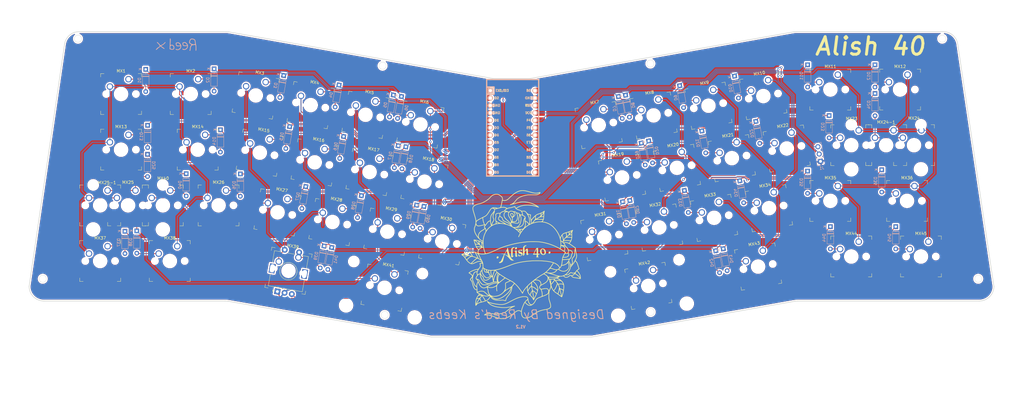
<source format=kicad_pcb>
(kicad_pcb (version 20211014) (generator pcbnew)
  (layers (0 "F.Cu" signal) (31 "B.Cu" signal) (34 "B.Paste" user) (35 "F.Paste" user) (36 "B.SilkS" user "B.Silkscreen") (37 "F.SilkS" user "F.Silkscreen") (38 "B.Mask" user) (39 "F.Mask" user) (44 "Edge.Cuts" user))
  (net 0 "")
  (net 3 "Net-(D1-Pad2)")
  (net 4 "Net-(D2-Pad2)")
  (net 5 "Net-(D3-Pad2)")
  (net 6 "Net-(D4-Pad2)")
  (net 7 "Net-(D5-Pad2)")
  (net 8 "Net-(MX6-Pad2)")
  (net 9 "Net-(MX7-Pad1)")
  (net 10 "Net-(D8-Pad2)")
  (net 11 "Net-(D9-Pad2)")
  (net 12 "Net-(D10-Pad2)")
  (net 13 "Net-(D11-Pad2)")
  (net 14 "Net-(D12-Pad2)")
  (net 15 "Net-(D13-Pad2)")
  (net 16 "Net-(D14-Pad2)")
  (net 17 "Net-(D15-Pad2)")
  (net 18 "Net-(D16-Pad2)")
  (net 19 "Net-(D17-Pad2)")
  (net 20 "Net-(MX18-Pad2)")
  (net 21 "Net-(MX19-Pad1)")
  (net 22 "Net-(D20-Pad2)")
  (net 23 "Net-(D21-Pad2)")
  (net 24 "Net-(D22-Pad2)")
  (net 25 "Net-(D23-Pad2)")
  (net 26 "Net-(D24-Pad2)")
  (net 27 "Net-(D25-Pad2)")
  (net 28 "Net-(D26-Pad2)")
  (net 29 "Net-(D27-Pad2)")
  (net 30 "Net-(D28-Pad2)")
  (net 31 "Net-(D29-Pad2)")
  (net 32 "Net-(MX30-Pad2)")
  (net 33 "Net-(MX31-Pad1)")
  (net 34 "Net-(D32-Pad2)")
  (net 35 "Net-(D33-Pad2)")
  (net 36 "Net-(D34-Pad2)")
  (net 37 "Net-(D35-Pad2)")
  (net 38 "Net-(D36-Pad2)")
  (net 39 "Net-(D37-Pad2)")
  (net 40 "Net-(D39-Pad2)")
  (net 41 "Net-(MX41-Pad2)")
  (net 42 "Net-(MX42-Pad1)")
  (net 43 "Net-(D43-Pad2)")
  (net 44 "Net-(D44-Pad2)")
  (net 45 "Net-(D45-Pad2)")
  (net 46 "GND")
  (net 47 "ROW1")
  (net 48 "ROW2")
  (net 49 "ROW3")
  (net 50 "ROW4")
  (net 51 "ROW6")
  (net 52 "ROW5")
  (net 53 "ROW8")
  (net 54 "ROW7")
  (net 55 "COL2")
  (net 56 "ENCODER 1")
  (net 57 "ENCODER 2")
  (net 58 "RGB DIN")
  (net 59 "VCC")
  (net 60 "COL1")
  (net 61 "COL3")
  (net 62 "COL4")
  (net 63 "COL5")
  (net 64 "COL6")
  (net 65 "Net-(D40-Pad2)")
  (net 66 "Net-(MX38-Pad2)")
  (footprint "ReedsKeebs:1U MX" (layer "F.Cu") (at 308.208825 122.876886 10)
    (fp_text reference "MX34")
    (fp_text value "KEYSW")
  )
  (footprint "ReedsKeebs:1U MX" (layer "F.Cu") (at 289.448236 126.184884 10)
    (fp_text reference "MX33")
    (fp_text value "KEYSW")
  )
  (footprint "ReedsKeebs:1.25U MX" (layer "F.Cu") (at 80.545231 141.336596)
    (fp_text reference "MX37")
    (fp_text value "KEYSW")
  )
  (footprint "ReedsKeebs:1U MX" (layer "F.Cu") (at 113.882731 103.236597)
    (fp_text reference "MX14")
    (fp_text value "KEYSW")
  )
  (footprint "ReedsKeebs:1U MX" (layer "F.Cu") (at 192.235694 114.705828 -10)
    (fp_text reference "MX18")
    (fp_text value "KEYSW")
  )
  (footprint "ReedsKeebs:1.25U MX" (layer "F.Cu") (at 104.357731 141.336595)
    (fp_text reference "MX38")
    (fp_text value "KEYSW")
  )
  (footprint "ReedsKeebs:1U MX" (layer "F.Cu") (at 251.927062 132.800881 10)
    (fp_text reference "MX31")
    (fp_text value "KEYSW")
  )
  (footprint "ReedsKeebs:1U MX" (layer "F.Cu") (at 135.95393 104.781836 -10)
    (fp_text reference "MX15")
    (fp_text value "KEYSW")
  )
  (footprint "ReedsKeebs:1U MX" (layer "F.Cu") (at 330.10625 120.749998)
    (fp_text reference "MX35")
    (fp_text value "KEYSW")
  )
  (footprint "ReedsKeebs:1U MX" (layer "F.Cu") (at 142.026392 125.196453 -10)
    (fp_text reference "MX27")
    (fp_text value "KEYSW")
  )
  (footprint "ReedsKeebs:1U MX" (layer "F.Cu") (at 154.714521 108.089834 -10)
    (fp_text reference "MX16")
    (fp_text value "KEYSW")
  )
  (footprint "ReedsKeebs:1.25U MX" (layer "F.Cu") (at 361.062501 139.799999)
    (fp_text reference "MX45")
    (fp_text value "KEYSW")
  )
  (footprint "ReedsKeebs:1U MX" (layer "F.Cu") (at 153.332371 88.502249 -10)
    (fp_text reference "MX4")
    (fp_text value "KEYSW")
  )
  (footprint "ReedsKeebs:1U MX" (layer "F.Cu") (at 111.501 84.184)
    (fp_text reference "MX2")
    (fp_text value "KEYSW")
  )
  (footprint "ReedsKeebs:1U MX" (layer "F.Cu") (at 257.999358 112.386292 10)
    (fp_text reference "MX19")
    (fp_text value "KEYSW")
  )
  (footprint "ReedsKeebs:1U MX" (layer "F.Cu") (at 306.282976 84.528711 10)
    (fp_text reference "MX10")
    (fp_text value "KEYSW")
  )
  (footprint "ReedsKeebs:1U MX" (layer "F.Cu") (at 337.25 101.7)
    (fp_text reference "MX23")
    (fp_text value "KEYSW")
  )
  (footprint "ReedsKeebs:1.25U MX" (layer "F.Cu") (at 337.249999 139.8)
    (fp_text reference "MX44")
    (fp_text value "KEYSW")
  )
  (footprint "ReedsKeebs:1U MX" (layer "F.Cu") (at 250.001212 94.452705 10)
    (fp_text reference "MX7")
    (fp_text value "KEYSW")
  )
  (footprint "ReedsKeebs:1U MX" (layer "F.Cu") (at 198.308159 135.120446 -10)
    (fp_text reference "MX30")
    (fp_text value "KEYSW")
  )
  (footprint "ReedsKeebs:1U MX" (layer "F.Cu") (at 276.759945 109.078295 10)
    (fp_text reference "MX20")
    (fp_text value "KEYSW")
  )
  (footprint "Keebio-Parts:Elite-C-castellated-24pin-holes" (layer "F.Cu") (at 218.97 102.07675 -90)
    (fp_text reference "U1" hide)
    (fp_text value "ProMicro" hide)
  )
  (footprint "ReedsKeebs:2.25U MX" (layer "F.Cu") (at 90.07023 122.286596)
    (fp_text reference "MX25")
    (fp_text value "KEYSW")
  )
  (footprint "ReedsKeebs:1U MX" (layer "F.Cu") (at 190.853545 95.118243 -10)
    (fp_text reference "MX6")
    (fp_text value "KEYSW")
  )
  (footprint "ReedsKeebs:1U MX" (layer "F.Cu") (at 160.786987 128.504451 -10)
    (fp_text reference "MX28")
    (fp_text value "KEYSW")
  )
  (footprint "ReedsKeebs:1U MX" (layer "F.Cu") (at 314.28112 102.462298 10)
    (fp_text reference "MX22")
    (fp_text value "KEYSW")
  )
  (footprint "ReedsKeebs:1U MX" (layer "F.Cu") (at 270.687649 129.492882 10)
    (fp_text reference "MX32")
    (fp_text value "KEYSW")
  )
  (footprint "ReedsKeebs:1U MX" (layer "F.Cu") (at 172.092957 91.810242 -10)
    (fp_text reference "MX5")
    (fp_text value "KEYSW")
  )
  (footprint "ReedsKeebs:1U MX" (layer "F.Cu") (at 295.520535 105.770297 10)
    (fp_text reference "MX21")
    (fp_text value "KEYSW")
  )
  (footprint "ReedsKeebs:1U MX" (layer "F.Cu") (at 134.57178 85.194249 -10)
    (fp_text reference "MX3")
    (fp_text value "KEYSW")
  )
  (footprint "ReedsKeebs:1U MX" (layer "F.Cu") (at 173.475103 111.397831 -10)
    (fp_text reference "MX17")
    (fp_text value "KEYSW")
  )
  (footprint "ReedsKeebs:1U MX" (layer "F.Cu") (at 268.761802 91.144706 10)
    (fp_text reference "MX8")
    (fp_text value "KEYSW")
  )
  (footprint "Keebio-Parts:RotaryEncoder_EC11" (layer "F.Cu") (at 142.337041 149.911339 80)
    (fp_text reference "E1")
    (fp_text value "RotaryEncoder_Switch")
  )
  (footprint "ReedsKeebs:1U MX" (layer "F.Cu") (at 287.52239 87.836709 10)
    (fp_text reference "MX9")
    (fp_text value "KEYSW")
  )
  (footprint "ReedsKeebs:1.5U MX" (layer "F.Cu") (at 87.688981 84.186597)
    (fp_text reference "MX1")
    (fp_text value "KEYSW")
  )
  (footprint "ReedsKeebs:1.25U MX" (layer "F.Cu") (at 304.481601 142.877973 10)
    (fp_text reference "MX43")
    (fp_text value "KEYSW")
  )
  (footprint "ReedsKeebs:2.25U MX" (layer "F.Cu") (at 178.584649 150.986538 -10)
    (fp_text reference "MX41")
    (fp_text value "KEYSW")
  )
  (footprint "ReedsKeebs:1.25U MX" (layer "F.Cu") (at 80.545231 122.286596)
    (fp_text reference "MX25-1")
    (fp_text value "KEYSW")
  )
  (footprint "ReedsKeebs:SW_Cherry_MX_2.75u_PCB" (layer "F.Cu") (at 266.960426 149.493968 10)
    (fp_text reference "MX42")
    (fp_text value "KEYSW")
  )
  (footprint "ReedsKeebs:1U MX" (layer "F.Cu") (at 101.976481 122.286597)
    (fp_text reference "MX40")
    (fp_text value "KEYSW")
  )
  (footprint "ReedsKeebs:1.5U MX" (layer "F.Cu") (at 353.918751 82.649999)
    (fp_text reference "MX12")
    (fp_text value "KEYSW")
  )
  (footprint "ReedsKeebs:1.25U MX" (layer "F.Cu") (at 145.753622 145.197539 -10)
    (fp_text reference "MX39")
    (fp_text value "KEYSW")
  )
  (footprint "ReedsKeebs:2.25U MX" (layer "F.Cu") (at 349.15625 101.7)
    (fp_text reference "MX24-1")
    (fp_text value "KEYSW")
  )
  (footprint "LOGO" (layer "F.Cu") (at 221.33154 144.205042)
    (fp_text reference "G***" hide)
    (fp_text value "LOGO" hide)
  )
  (footprint "ReedsKeebs:1U MX" (layer "F.Cu") (at 330.106252 82.650002)
    (fp_text reference "MX11")
    (fp_text value "KEYSW")
  )
  (footprint "ReedsKeebs:1.25U MX" (layer "F.Cu") (at 358.681249 101.700001)
    (fp_text reference "MX24")
    (fp_text value "KEYSW")
  )
  (footprint "ReedsKeebs:1U MX" (layer "F.Cu") (at 179.547571 131.812449 -10)
    (fp_text reference "MX29")
    (fp_text value "KEYSW")
  )
  (footprint "ReedsKeebs:1.75U MX" (layer "F.Cu") (at 87.688981 103.236597)
    (fp_text reference "MX13")
    (fp_text value "KEYSW")
  )
  (footprint "ReedsKeebs:1.75U MX" (layer "F.Cu") (at 356.3 120.750001)
    (fp_text reference "MX36")
    (fp_text value "KEYSW")
  )
  (footprint "ReedsKeebs:1U MX" (layer "F.Cu") (at 121.026481 122.286599)
    (fp_text reference "MX26")
    (fp_text value "KEYSW")
  )
  (footprint "Diode_THT:D_DO-35_SOD27_P7.62mm_Horizontal" (layer "B.Cu") (at 154.5416 141.287883 -100)
    (fp_text reference "D39")
    (fp_text value "1N4148")
  )
  (footprint "Diode_THT:D_DO-35_SOD27_P7.62mm_Horizontal" (layer "B.Cu") (at 94.24 99.97 -90)
    (fp_text reference "D13")
    (fp_text value "1N4148")
  )
  (footprint "Diode_THT:D_DO-35_SOD27_P7.62mm_Horizontal" (layer "B.Cu") (at 255.108401 90.137883 -80)
    (fp_text reference "D7")
    (fp_text value "1N4148")
  )
  (footprint "Diode_THT:D_DO-35_SOD27_P7.62mm_Horizontal" (layer "B.Cu") (at 94.2 109.9 -90)
    (fp_text reference "D25")
    (fp_text value "1N4148")
  )
  (footprint "Diode_THT:D_DO-35_SOD27_P7.62mm_Horizontal" (layer "B.Cu") (at 276.068401 86.437883 -80)
    (fp_text reference "D9")
    (fp_text value "1N4148")
  )
  (footprint "Diode_THT:D_DO-35_SOD27_P7.62mm_Horizontal" (layer "B.Cu") (at 125.91 116.63 -90)
    (fp_text reference "D26")
    (fp_text value "1N4148")
  )
  (footprint "Diode_THT:D_DO-35_SOD27_P7.62mm_Horizontal" (layer "B.Cu") (at 327.14 96.65 -90)
    (fp_text reference "D23")
    (fp_text value "1N4148")
  )
  (footprint "Diode_THT:D_DO-35_SOD27_P7.62mm_Horizontal" (layer "B.Cu") (at 178.2216 89.617883 -100)
    (fp_text reference "D5")
    (fp_text value "1N4148")
  )
  (footprint "LOGO" (layer "B.Cu") (at 104.09 72.81 180)
    (fp_text reference "G***" hide)
    (fp_text value "LOGO" hide)
  )
  (footprint "Diode_THT:D_DO-35_SOD27_P7.62mm_Horizontal" (layer "B.Cu") (at 345.12 115.2 -90)
    (fp_text reference "D36")
    (fp_text value "1N4148")
  )
  (footprint "Diode_THT:D_DO-35_SOD27_P7.62mm_Horizontal" (layer "B.Cu") (at 142.7816 100.417883 -100)
    (fp_text reference "D15")
    (fp_text value "1N4148")
  )
  (footprint "Diode_THT:D_DO-35_SOD27_P7.62mm_Horizontal" (layer "B.Cu") (at 179.8716 106.987883 -100)
    (fp_text reference "D17")
    (fp_text value "1N4148")
  )
  (footprint "Diode_THT:D_DO-35_SOD27_P7.62mm_Horizontal" (layer "B.Cu") (at 93.58 80.82 -90)
    (fp_text reference "D1")
    (fp_text value "1N4148")
  )
  (footprint "Diode_THT:D_DO-35_SOD27_P7.62mm_Horizontal" (layer "B.Cu") (at 296.61 118.97 -80)
    (fp_text reference "D34")
    (fp_text value "1N4148")
  )
  (footprint "Diode_THT:D_DO-35_SOD27_P7.62mm_Horizontal" (layer "B.Cu") (at 182.4816 107.347883 -100)
    (fp_text reference "D18")
    (fp_text value "1N4148")
  )
  (footprint "Diode_THT:D_DO-35_SOD27_P7.62mm_Horizontal" (layer "B.Cu") (at 327.55 134.66 -90)
    (fp_text reference "D44")
    (fp_text value "1N4148")
  )
  (footprint "Diode_THT:D_DO-35_SOD27_P7.62mm_Horizontal" (layer "B.Cu") (at 288.375 142.9 -80)
    (fp_text reference "D42")
    (fp_text value "1N4148")
  )
  (footprint "Diode_THT:D_DO-35_SOD27_P7.62mm_Horizontal" (layer "B.Cu") (at 342.8 79.28 -90)
    (fp_text reference "D12")
    (fp_text value "1N4148")
  )
  (footprint "Diode_THT:D_DO-35_SOD27_P7.62mm_Horizontal" (layer "B.Cu") (at 119.1 101.525 -90)
    (fp_text reference "D14")
    (fp_text value "1N4148")
  )
  (footprint "Diode_THT:D_DO-35_SOD27_P7.62mm_Horizontal" (layer "B.Cu") (at 277.68 122.29 -80)
    (fp_text reference "D33")
    (fp_text value "1N4148")
  )
  (footprint "Diode_THT:D_DO-35_SOD27_P7.62mm_Horizontal" (layer "B.Cu") (at 342.82 89.09 -90)
    (fp_text reference "D24")
    (fp_text value "1N4148")
  )
  (footprint "Diode_THT:D_DO-35_SOD27_P7.62mm_Horizontal" (layer "B.Cu") (at 107.41 116.54 -90)
    (fp_text reference "D40")
    (fp_text value "1N4148")
  )
  (footprint "Diode_THT:D_DO-35_SOD27_P7.62mm_Horizontal" (layer "B.Cu") (at 290.95 142.225 -80)
    (fp_text reference "D43")
    (fp_text value "1N4148")
  )
  (footprint "Diode_THT:D_DO-35_SOD27_P7.62mm_Horizontal" (layer "B.Cu") (at 283.64 101.9 -80)
    (fp_text reference "D21")
    (fp_text value "1N4148")
  )
  (footprint "Diode_THT:D_DO-35_SOD27_P7.62mm_Horizontal" (layer "B.Cu") (at 319.8 79.26 -90)
    (fp_text reference "D11")
    (fp_text value "1N4148")
  )
  (footprint "Diode_THT:D_DO-35_SOD27_P7.62mm_Horizontal" (layer "B.Cu") (at 319.78 115.64 -90)
    (fp_text reference "D35")
    (fp_text value "1N4148")
  )
  (footprint "Diode_THT:D_DO-35_SOD27_P7.62mm_Horizontal" (layer "B.Cu") (at 180.9716 90.117883 -100)
    (fp_text reference "D6")
    (fp_text value "1N4148")
  )
  (footprint "Diode_THT:D_DO-35_SOD27_P7.62mm_Horizontal" (layer "B.Cu") (at 157.1416 141.787883 -100)
    (fp_text reference "D41")
    (fp_text value "1N4148")
  )
  (footprint "Diode_THT:D_DO-35_SOD27_P7.62mm_Horizontal" (layer "B.Cu") (at 116.95 80.675 -90)
    (fp_text reference "D2")
    (fp_text value "1N4148")
  )
  (footprint "Diode_THT:D_DO-35_SOD27_P7.62mm_Horizontal" (layer "B.Cu") (at 349.91 134.66 -90)
    (fp_text reference "D45")
    (fp_text value "1N4148")
  )
  (footprint "Connector_PinHeader_2.54mm:PinHeader_1x03_P2.54mm_Vertical" (layer "B.Cu") (at 324.188462 112.31164 10)
    (fp_text reference "J1")
    (fp_text value "Conn_01x03")
  )
  (footprint "Diode_THT:D_DO-35_SOD27_P7.62mm_Horizontal" (layer "B.Cu") (at 259.03 125.715 -80)
    (fp_text reference "D32")
    (fp_text value "1N4148")
  )
  (footprint "Diode_THT:D_DO-35_SOD27_P7.62mm_Horizontal" (layer "B.Cu") (at 294.811448 83.130483 -80)
    (fp_text reference "D10")
    (fp_text value "1N4148")
  )
  (footprint "Diode_THT:D_DO-35_SOD27_P7.62mm_Horizontal" (layer "B.Cu") (at 159.6316 86.197883 -100)
    (fp_text reference "D4")
    (fp_text value "1N4148")
  )
  (footprint "Diode_THT:D_DO-35_SOD27_P7.62mm_Horizontal" (layer "B.Cu") (at 257.558401 89.657883 -80)
    (fp_text reference "D8")
    (fp_text value "1N4148")
  )
  (footprint "Diode_THT:D_DO-35_SOD27_P7.62mm_Horizontal" (layer "B.Cu") (at 186.1516 127.297883 -100)
    (fp_text reference "D29")
    (fp_text value "1N4148")
  )
  (footprint "Diode_THT:D_DO-35_SOD27_P7.62mm_Horizontal" (layer "B.Cu") (at 161.2116 103.797883 -100)
    (fp_text reference "D16")
    (fp_text value "1N4148")
  )
  (footprint "Diode_THT:D_DO-35_SOD27_P7.62mm_Horizontal" (layer "B.Cu") (at 262.95 106.05 -80)
    (fp_text reference "D19")
    (fp_text value "1N4148")
  )
  (footprint "Diode_THT:D_DO-35_SOD27_P7.62mm_Horizontal" (layer "B.Cu") (at 90.525 136.115 -90)
    (fp_text reference "D38")
    (fp_text value "1N4148")
  )
  (footprint "Diode_THT:D_DO-35_SOD27_P7.62mm_Horizontal" (layer "B.Cu") (at 167.3016 124.057883 -100)
    (fp_text reference "D28")
    (fp_text value "1N4148")
  )
  (footprint "Diode_THT:D_DO-35_SOD27_P7.62mm_Horizontal" (layer "B.Cu") (at 86.475 136.24 -90)
    (fp_text reference "D37")
    (fp_text value "1N4148")
  )
  (footprint "Diode_THT:D_DO-35_SOD27_P7.62mm_Horizontal" (layer "B.Cu") (at 188.6616 127.717883 -100)
    (fp_text reference "D30")
    (fp_text value "1N4148")
  )
  (footprint "Diode_THT:D_DO-35_SOD27_P7.62mm_Horizontal" (layer "B.Cu") (at 256.54 126.16 -80)
    (fp_text reference "D31")
    (fp_text value "1N4148")
  )
  (footprint "Diode_THT:D_DO-35_SOD27_P7.62mm_Horizontal" (layer "B.Cu") (at 302.11 98.64 -80)
    (fp_text reference "D22")
    (fp_text value "1N4148")
  )
  (footprint "Diode_THT:D_DO-35_SOD27_P7.62mm_Horizontal" (layer "B.Cu") (at 265.48 105.33 -80)
    (fp_text reference "D20")
    (fp_text value "1N4148")
  )
  (footprint "Diode_THT:D_DO-35_SOD27_P7.62mm_Horizontal" (layer "B.Cu") (at 148.2716 120.937883 -100)
    (fp_text reference "D27")
    (fp_text value "1N4148")
  )
  (footprint "Diode_THT:D_DO-35_SOD27_P7.62mm_Horizontal" (layer "B.Cu") (at 140.7516 82.937883 -100)
    (fp_text reference "D3")
    (fp_text value "1N4148")
  )
  (gr_arc (start 366.13974 67.935316) (mid 369.404087 69.147966) (end 371.085034 72.197704) (layer "Edge.Cuts") (width 0.2))
  (gr_line (start 53.737362 155.089362) (end 65.846758 72.186697) (layer "Edge.Cuts") (width 0.2))
  (gr_circle (center 266.17 163.87) (end 267.42 163.87) (layer "Edge.Cuts") (width 0.1) (fill none))
  (gr_line (start 371.085034 72.197704) (end 383.449279 155.093356) (layer "Edge.Cuts") (width 0.2))
  (gr_line (start 378.449278 160.093356) (end 316.353924 160.093356) (layer "Edge.Cuts") (width 0.2))
  (gr_line (start 315.487262 160.169039) (end 251.347316 171.457429) (layer "Edge.Cuts") (width 0.2))
  (gr_line (start 315.888816 67.935317) (end 366.13974 67.935316) (layer "Edge.Cuts") (width 0.2))
  (gr_circle (center 58.390001 152.500001) (end 59.64 152.5) (layer "Edge.Cuts") (width 0.1) (fill none))
  (gr_arc (start 121.061263 67.944348) (mid 121.498033 67.963429) (end 121.931466 68.020592) (layer "Edge.Cuts") (width 0.2))
  (gr_arc (start 65.846758 72.186697) (mid 67.533058 69.152959) (end 70.788094 67.948003) (layer "Edge.Cuts") (width 0.2))
  (gr_line (start 251.347316 171.457429) (end 246.069524 172.38646) (layer "Edge.Cuts") (width 0.2))
  (gr_circle (center 266.05 78.86) (end 267.3 78.859999) (layer "Edge.Cuts") (width 0.1) (fill none))
  (gr_circle (center 70.43 70.36) (end 71.68 70.359999) (layer "Edge.Cuts") (width 0.1) (fill none))
  (gr_line (start 316.353924 160.093356) (end 315.487262 160.169039) (layer "Edge.Cuts") (width 0.2))
  (gr_arc (start 58.737362 160.091361) (mid 55.201121 158.626188) (end 53.737362 155.089362) (layer "Edge.Cuts") (width 0.2))
  (gr_arc (start 383.449279 155.093356) (mid 381.984812 158.62889) (end 378.449278 160.093356) (layer "Edge.Cuts") (width 0.2))
  (gr_circle (center 175.25 164.87) (end 176.5 164.87) (layer "Edge.Cuts") (width 0.1) (fill none))
  (gr_circle (center 365.79128 70.342687) (end 367.041281 70.342685) (layer "Edge.Cuts") (width 0.1) (fill none))
  (gr_line (start 191.11328 172.38646) (end 121.695536 160.16707) (layer "Edge.Cuts") (width 0.2))
  (gr_circle (center 378.1 152.500001) (end 379.35 152.5) (layer "Edge.Cuts") (width 0.1) (fill none))
  (gr_arc (start 315.016481 68.012001) (mid 315.450966 67.954524) (end 315.888816 67.935317) (layer "Edge.Cuts") (width 0.2))
  (gr_line (start 121.695536 160.16707) (end 120.828729 160.091361) (layer "Edge.Cuts") (width 0.2))
  (gr_line (start 70.788094 67.948003) (end 121.061263 67.944348) (layer "Edge.Cuts") (width 0.2))
  (gr_line (start 246.069524 172.38646) (end 191.11328 172.38646) (layer "Edge.Cuts") (width 0.2))
  (gr_line (start 120.828729 160.091361) (end 58.737362 160.091361) (layer "Edge.Cuts") (width 0.2))
  (gr_line (start 121.931466 68.020592) (end 212.202255 83.968) (layer "Edge.Cuts") (width 0.2))
  (gr_line (start 224.96352 83.967999) (end 315.016481 68.012001) (layer "Edge.Cuts") (width 0.2))
  (gr_line (start 212.202255 83.968) (end 224.96352 83.967999) (layer "Edge.Cuts") (width 0.2))
  (gr_circle (center 174.52 79.6) (end 175.77 79.600001) (layer "Edge.Cuts") (width 0.1) (fill none))
  (gr_text "Designed By Reed's Keebs" (at 220.38 164.74) (layer "B.SilkS") (effects (font (size 3 3) (thickness 0.3) italic) (justify mirror)))
  (gr_text "V1.2" (at 221.72 168.94) (layer "B.SilkS") (effects (font (size 1 1) (thickness 0.25)) (justify mirror)))
  (gr_text "Alish 40" (at 341.2 72.93) (layer "F.SilkS") (effects (font (size 6 6) (thickness 1) italic)))
  (segment (start 91.156597 84.186597) (end 93.58 86.61) (width 0.25) (layer "F.Cu") (net 3))
  (segment (start 93.58 86.61) (end 93.58 88.44) (width 0.25) (layer "F.Cu") (net 3))
  (segment (start 87.688981 84.186597) (end 91.156597 84.186597) (width 0.25) (layer "F.Cu") (net 3))
  (segment (start 116.95 86.13) (end 116.95 88.295) (width 0.25) (layer "F.Cu") (net 4))
  (segment (start 114.936596 84.116596) (end 116.95 86.13) (width 0.25) (layer "F.Cu") (net 4))
  (segment (start 111.42148 84.116596) (end 114.936596 84.116596) (width 0.25) (layer "F.Cu") (net 4))
  (segment (start 139.428401 90.442118) (end 139.428401 87.718401) (width 0.25) (layer "F.Cu") (net 5))
  (segment (start 139.428401 87.718401) (end 136.904249 85.194249) (width 0.25) (layer "F.Cu") (net 5))
  (segment (start 136.904249 85.194249) (end 134.57178 85.194249) (width 0.25) (layer "F.Cu") (net 5))
  (segment (start 158.308401 93.702118) (end 158.308401 90.558401) (width 0.25) (layer "F.Cu") (net 6))
  (segment (start 158.308401 90.558401) (end 156.252249 88.502249) (width 0.25) (layer "F.Cu") (net 6))
  (segment (start 156.252249 88.502249) (end 153.332371 88.502249) (width 0.25) (layer "F.Cu") (net 6))
  (segment (start 176.898401 94.098401) (end 174.610242 91.810242) (width 0.25) (layer "F.Cu") (net 7))
  (segment (start 174.610242 91.810242) (end 172.092957 91.810242) (width 0.25) (layer "F.Cu") (net 7))
  (segment (start 176.898401 97.122118) (end 176.898401 94.098401) (width 0.25) (layer "F.Cu") (net 7))
  (segment (start 179.648401 97.622118) (end 179.648401 97.461599) (width 0.25) (layer "F.Cu") (net 8))
  (segment (start 180.75353 96.516989) (end 179.648401 97.622118) (width 0.25) (layer "F.Cu") (net 8))
  (segment (start 184.158949 96.516989) (end 180.75353 96.516989) (width 0.25) (layer "F.Cu") (net 8))
  (segment (start 256.4316 97.6216) (end 253.262705 94.452705) (width 0.25) (layer "F.Cu") (net 9))
  (segment (start 256.4316 97.642118) (end 256.4316 97.6216) (width 0.25) (layer "F.Cu") (net 9))
  (segment (start 253.262705 94.452705) (end 250.001212 94.452705) (width 0.25) (layer "F.Cu") (net 9))
  (segment (start 258.8816 97.162118) (end 258.8816 97.1584) (width 0.25) (layer "F.Cu") (net 10))
  (segment (start 261.291216 94.748784) (end 262.949339 94.748784) (width 0.25) (layer "F.Cu") (net 10))
  (segment (start 258.8816 97.1584) (end 261.291216 94.748784) (width 0.25) (layer "F.Cu") (net 10))
  (segment (start 277.3916 93.9084) (end 279.859213 91.440787) (width 0.25) (layer "F.Cu") (net 11))
  (segment (start 279.859213 91.440787) (end 281.709927 91.440787) (width 0.25) (layer "F.Cu") (net 11))
  (segment (start 277.3916 93.942118) (end 277.3916 93.9084) (width 0.25) (layer "F.Cu") (net 11))
  (segment (start 298.627211 88.132789) (end 300.470513 88.132789) (width 0.25) (layer "F.Cu") (net 12))
  (segment (start 296.134647 90.634718) (end 296.134647 90.625353) (width 0.25) (layer "F.Cu") (net 12))
  (segment (start 296.134647 90.625353) (end 298.627211 88.132789) (width 0.25) (layer "F.Cu") (net 12))
  (segment (start 319.8 86.88) (end 321.489998 85.190002) (width 0.25) (layer "F.Cu") (net 13))
  (segment (start 321.489998 85.190002) (end 323.756252 85.190002) (width 0.25) (layer "F.Cu") (net 13))
  (segment (start 344.510001 85.189999) (end 347.568751 85.189999) (width 0.25) (layer "F.Cu") (net 14))
  (segment (start 342.8 86.9) (end 344.510001 85.189999) (width 0.25) (layer "F.Cu") (net 14))
  (segment (start 91.996597 103.236597) (end 87.688981 103.236597) (width 0.25) (layer "F.Cu") (net 15))
  (segment (start 94.24 105.48) (end 91.996597 103.236597) (width 0.25) (layer "F.Cu") (net 15))
  (segment (start 94.24 107.59) (end 94.24 105.48) (width 0.25) (layer "F.Cu") (net 15))
  (segment (start 116.786597 103.236597) (end 113.882731 103.236597) (width 0.25) (layer "F.Cu") (net 16))
  (segment (start 119.1 105.55) (end 116.786597 103.236597) (width 0.25) (layer "F.Cu") (net 16))
  (segment (start 119.1 109.145) (end 119.1 105.55) (width 0.25) (layer "F.Cu") (net 16))
  (segment (start 141.458401 107.922118) (end 141.458401 106.588401) (width 0.25) (layer "F.Cu") (net 17))
  (segment (start 139.651836 104.781836) (end 135.95393 104.781836) (width 0.25) (layer "F.Cu") (net 17))
  (segment (start 141.458401 106.588401) (end 139.651836 104.781836) (width 0.25) (layer "F.Cu") (net 17))
  (segment (start 159.888401 109.768401) (end 159.888401 111.302118) (width 0.25) (layer "F.Cu") (net 18))
  (segment (start 154.714521 108.089834) (end 158.209834 108.089834) (width 0.25) (layer "F.Cu") (net 18))
  (segment (start 158.209834 108.089834) (end 159.888401 109.768401) (width 0.25) (layer "F.Cu") (net 18))
  (segment (start 173.475103 111.397831) (end 176.622831 111.397831) (width 0.25) (layer "F.Cu") (net 19))
  (segment (start 176.622831 111.397831) (end 178.548401 113.323401) (width 0.25) (layer "F.Cu") (net 19))
  (segment (start 178.548401 113.323401) (end 178.548401 114.492118) (width 0.25) (layer "F.Cu") (net 19))
  (segment (start 185.541098 116.104574) (end 182.410857 116.104574) (width 0.25) (layer "F.Cu") (net 20))
  (segment (start 182.410857 116.104574) (end 181.158401 114.852118) (width 0.25) (layer "F.Cu") (net 20))
  (segment (start 257.999358 112.386292) (end 263.105256 112.386292) (width 0.25) (layer "F.Cu") (net 21))
  (segment (start 263.105256 112.386292) (end 264.273199 113.554235) (width 0.25) (layer "F.Cu") (net 21))
  (segment (start 266.803199 112.834235) (end 266.807434 112.83) (width 0.25) (layer "F.Cu") (net 22))
  (segment (start 270.799855 112.83) (end 270.947482 112.682373) (width 0.25) (layer "F.Cu") (net 22))
  (segment (start 266.807434 112.83) (end 270.799855 112.83) (width 0.25) (layer "F.Cu") (net 22))
  (segment (start 284.993059 109.374375) (end 289.708072 109.374375) (width 0.25) (layer "F.Cu") (net 23))
  (segment (start 284.963199 109.404235) (end 284.993059 109.374375) (width 0.25) (layer "F.Cu") (net 23))
  (segment (start 303.511058 106.066376) (end 308.468657 106.066376) (width 0.25) (layer "F.Cu") (net 24))
  (segment (start 303.433199 106.144235) (end 303.511058 106.066376) (width 0.25) (layer "F.Cu") (net 24))
  (segment (start 330.89 104.25) (end 330.9 104.24) (width 0.25) (layer "F.Cu") (net 25))
  (segment (start 327.14 104.27) (end 327.16 104.25) (width 0.25) (layer "F.Cu") (net 25))
  (segment (start 327.16 104.25) (end 330.89 104.25) (width 0.25) (layer "F.Cu") (net 25))
  (segment (start 342.84 104.20625) (end 342.80625 104.24) (width 0.25) (layer "F.Cu") (net 26))
  (segment (start 342.80625 104.24) (end 352.331249 104.240001) (width 0.25) (layer "F.Cu") (net 26))
  (segment (start 342.82 96.71) (end 342.84 96.73) (width 0.25) (layer "F.Cu") (net 26))
  (segment (start 342.84 96.73) (end 342.84 104.20625) (width 0.25) (layer "F.Cu") (net 26))
  (segment (start 91.93 117.52) (end 94.2 117.52) (width 0.25) (layer "F.Cu") (net 27))
  (segment (start 80.545231 122.286596) (end 90.07023 122.286596) (width 0.25) (layer "F.Cu") (net 27))
  (segment (start 90.07023 122.286596) (end 90.07023 119.37977) (width 0.25) (layer "F.Cu") (net 27))
  (segment (start 90.07023 119.37977) (end 91.93 117.52) (width 0.25) (layer "F.Cu") (net 27))
  (segment (start 123.946599 122.286599) (end 121.026481 122.286599) (width 0.25) (layer "F.Cu") (net 28))
  (segment (start 125.91 124.25) (end 123.946599 122.286599) (width 0.25) (layer "F.Cu") (net 28))
  (segment (start 146.948401 128.442118) (end 146.948401 126.768401) (width 0.25) (layer "F.Cu") (net 29))
  (segment (start 146.948401 126.768401) (end 145.376453 125.196453) (width 0.25) (layer "F.Cu") (net 29))
  (segment (start 145.376453 125.196453) (end 142.026392 125.196453) (width 0.25) (layer "F.Cu") (net 29))
  (segment (start 165.978401 131.562118) (end 165.978401 130.018401) (width 0.25) (layer "F.Cu") (net 30))
  (segment (start 165.978401 130.018401) (end 164.464451 128.504451) (width 0.25) (layer "F.Cu") (net 30))
  (segment (start 164.464451 128.504451) (end 160.786987 128.504451) (width 0.25) (layer "F.Cu") (net 30))
  (segment (start 184.828401 134.802118) (end 184.828401 133.378401) (width 0.25) (layer "F.Cu") (net 31))
  (segment (start 184.828401 133.378401) (end 183.262449 131.812449) (width 0.25) (layer "F.Cu") (net 31))
  (segment (start 183.262449 131.812449) (end 179.547571 131.812449) (width 0.25) (layer "F.Cu") (net 31))
  (segment (start 191.613563 136.519192) (end 188.635475 136.519192) (width 0.25) (layer "F.Cu") (net 32))
  (segment (start 188.635475 136.519192) (end 187.338401 135.222118) (width 0.25) (layer "F.Cu") (net 32))
  (segment (start 252.007943 132.72) (end 251.927062 132.800881) (width 0.25) (layer "F.Cu") (net 33))
  (segment (start 257.863199 133.664235) (end 256.918964 132.72) (width 0.25) (layer "F.Cu") (net 33))
  (segment (start 256.918964 132.72) (end 252.007943 132.72) (width 0.25) (layer "F.Cu") (net 33))
  (segment (start 264.872146 133.1) (end 264.875186 133.09696) (width 0.25) (layer "F.Cu") (net 34))
  (segment (start 260.472434 133.1) (end 264.872146 133.1) (width 0.25) (layer "F.Cu") (net 34))
  (segment (start 260.353199 133.219235) (end 260.472434 133.1) (width 0.25) (layer "F.Cu") (net 34))
  (segment (start 279.003199 129.794235) (end 279.018964 129.81) (width 0.25) (layer "F.Cu") (net 35))
  (segment (start 279.018964 129.81) (end 283.614735 129.81) (width 0.25) (layer "F.Cu") (net 35))
  (segment (start 283.614735 129.81) (end 283.635773 129.788962) (width 0.25) (layer "F.Cu") (net 35))
  (segment (start 297.933199 126.474235) (end 297.939928 126.480964) (width 0.25) (layer "F.Cu") (net 36))
  (segment (start 297.939928 126.480964) (end 302.396362 126.480964) (width 0.25) (layer "F.Cu") (net 36))
  (segment (start 323.726252 123.26) (end 323.75625 123.289998) (width 0.25) (layer "F.Cu") (net 37))
  (segment (start 319.78 123.26) (end 323.726252 123.26) (width 0.25) (layer "F.Cu") (net 37))
  (segment (start 345.12 122.82) (end 349.479999 122.82) (width 0.25) (layer "F.Cu") (net 38))
  (segment (start 349.479999 122.82) (end 349.95 123.290001) (width 0.25) (layer "F.Cu") (net 38))
  (segment (start 85.095 141.26) (end 86.475 142.64) (width 0.25) (layer "F.Cu") (net 39))
  (segment (start 86.475 142.64) (end 86.475 143.86) (width 0.25) (layer "F.Cu") (net 39))
  (segment (start 80.621827 141.26) (end 85.095 141.26) (width 0.25) (layer "F.Cu") (net 39))
  (segment (start 80.545231 141.336596) (end 80.621827 141.26) (width 0.25) (layer "F.Cu") (net 39))
  (segment (start 146.014598 144.936563) (end 145.753622 145.197539) (width 0.25) (layer "F.Cu") (net 40))
  (segment (start 146.014598 143.451805) (end 146.014598 144.936563) (width 0.25) (layer "F.Cu") (net 40))
  (segment (start 149.623822 145.197539) (end 153.218401 148.792118) (width 0.25) (layer "F.Cu") (net 40))
  (segment (start 145.753622 145.197539) (end 149.623822 145.197539) (width 0.25) (layer "F.Cu") (net 40))
  (segment (start 158.911567 152.385284) (end 155.818401 149.292118) (width 0.25) (layer "F.Cu") (net 41))
  (segment (start 171.890053 152.385284) (end 158.911567 152.385284) (width 0.25) (layer "F.Cu") (net 41))
  (segment (start 288.787932 149.493968) (end 266.960426 149.493968) (width 0.25) (layer "F.Cu") (net 42))
  (segment (start 289.698199 150.404235) (end 288.787932 149.493968) (width 0.25) (layer "F.Cu") (net 42))
  (segment (start 298.657087 146.47) (end 298.669138 146.482051) (width 0.25) (layer "F.Cu") (net 43))
  (segment (start 295.53 146.47) (end 298.657087 146.47) (width 0.25) (layer "F.Cu") (net 43))
  (segment (start 292.273199 149.729235) (end 292.273199 149.726801) (width 0.25) (layer "F.Cu") (net 43))
  (segment (start 292.273199 149.726801) (end 295.53 146.47) (width 0.25) (layer "F.Cu") (net 43))
  (segment (start 330.839999 142.28) (end 330.899999 142.34) (width 0.25) (layer "F.Cu") (net 44))
  (segment (start 327.55 142.28) (end 330.839999 142.28) (width 0.25) (layer "F.Cu") (net 44))
  (segment (start 354.652502 142.28) (end 354.712501 142.339999) (width 0.25) (layer "F.Cu") (net 45))
  (segment (start 349.91 142.28) (end 354.652502 142.28) (width 0.25) (layer "F.Cu") (net 45))
  (segment (start 208.837978 98.26675) (end 207.5 99.604728) (width 0.25) (layer "F.Cu") (net 47))
  (segment (start 195.8 108.35) (end 195.475 108.675) (width 0.25) (layer "F.Cu") (net 47))
  (segment (start 207.5 101.539282) (end 200.689282 108.35) (width 0.25) (layer "F.Cu") (net 47))
  (segment (start 256.225 91.075) (end 259.225 91.075) (width 0.25) (layer "F.Cu") (net 47))
  (segment (start 211.35 98.26675) (end 208.837978 98.26675) (width 0.25) (layer "F.Cu") (net 47))
  (segment (start 200.689282 108.35) (end 195.8 108.35) (width 0.25) (layer "F.Cu") (net 47))
  (segment (start 255.287883 90.137883) (end 256.225 91.075) (width 0.25) (layer "F.Cu") (net 47))
  (segment (start 259.225 91.075) (end 260.7 89.6) (width 0.25) (layer "F.Cu") (net 47))
  (segment (start 207.5 99.604728) (end 207.5 101.539282) (width 0.25) (layer "F.Cu") (net 47))
  (segment (start 255.108401 90.137883) (end 255.287883 90.137883) (width 0.25) (layer "F.Cu") (net 47))
  (segment (start 260.7 89.6) (end 273.25 89.6) (width 0.25) (layer "F.Cu") (net 47))
  (segment (start 273.25 89.6) (end 276.068401 86.781599) (width 0.25) (layer "F.Cu") (net 47))
  (segment (start 195.475 108.675) (end 195.75 108.675) (width 0.25) (layer "F.Cu") (net 47))
  (segment (start 276.068401 86.781599) (end 276.068401 86.437883) (width 0.25) (layer "F.Cu") (net 47))
  (segment (start 195.75 108.675) (end 196.075 108.35) (width 0.25) (layer "F.Cu") (net 47))
  (via (at 195.475 108.675) (size 0.8) (drill 0.4) (layers "F.Cu" "B.Cu") (net 47))
  (segment (start 178.2216 89.9616) (end 180.1 91.84) (width 0.25) (layer "B.Cu") (net 47))
  (segment (start 178.2216 89.617883) (end 178.2216 89.9616) (width 0.25) (layer "B.Cu") (net 47))
  (segment (start 288.738802 81.66548) (end 285.204282 85.2) (width 0.25) (layer "B.Cu") (net 47))
  (segment (start 229.40856 124.64144) (end 239.5 114.55) (width 0.25) (layer "B.Cu") (net 47))
  (segment (start 276.068401 86.581599) (end 276.068401 86.437883) (width 0.25) (layer "B.Cu") (net 47))
  (segment (start 94.73452 81.97452) (end 139.788237 81.97452) (width 0.25) (layer "B.Cu") (net 47))
  (segment (start 141.349483 82.34) (end 140.7516 82.937883) (width 0.25) (layer "B.Cu") (net 47))
  (segment (start 195.475 108.675) (end 195.275 108.875) (width 0.25) (layer "B.Cu") (net 47))
  (segment (start 195.775 97.15) (end 195.775 108.175) (width 0.25) (layer "B.Cu") (net 47))
  (segment (start 319.8 79.26) (end 317.39452 81.66548) (width 0.25) (layer "B.Cu") (net 47))
  (segment (start 195.775 108.725) (end 195.775 109.25) (width 0.25) (layer "B.Cu") (net 47))
  (segment (start 140.7516 82.7916) (end 140.7516 82.937883) (width 0.25) (layer "B.Cu") (net 47))
  (segment (start 151.05 82.34) (end 141.349483 82.34) (width 0.25) (layer "B.Cu") (net 47))
  (segment (start 190.465 91.84) (end 195.775 97.15) (width 0.25) (layer "B.Cu") (net 47))
  (segment (start 195.475 108.95) (end 195.775 109.25) (width 0.25) (layer "B.Cu") (net 47))
  (segment (start 195.525 108.725) (end 195.775 108.725) (width 0.25) (layer "B.Cu") (net 47))
  (segment (start 239.5 99.425) (end 249.67548 89.24952) (width 0.25) (layer "B.Cu") (net 47))
  (segment (start 195.475 108.675) (end 195.475 108.95) (width 0.25) (layer "B.Cu") (net 47))
  (segment (start 317.39452 81.66548) (end 288.738802 81.66548) (width 0.25) (layer "B.Cu") (net 47))
  (segment (start 195.775 111.985718) (end 208.430722 124.64144) (width 0.25) (layer "B.Cu") (net 47))
  (segment (start 195.775 109.9) (end 195.775 111.985718) (width 0.25) (layer "B.Cu") (net 47))
  (segment (start 249.67548 89.24952) (end 254.041322 89.24952) (width 0.25) (layer "B.Cu") (net 47))
  (segment (start 254.041322 89.24952) (end 255.108401 90.316599) (width 0.25) (layer "B.Cu") (net 47))
  (segment (start 180.1 91.84) (end 190.465 91.84) (width 0.25) (layer "B.Cu") (net 47))
  (segment (start 176.41 87.575) (end 156.285 87.575) (width 0.25) (layer "B.Cu") (net 47))
  (segment (start 178.2216 89.3866) (end 176.41 87.575) (width 0.25) (layer "B.Cu") (net 47))
  (segment (start 277.125 85.2) (end 276.068401 86.256599) (width 0.25) (layer "B.Cu") (net 47))
  (segment (start 195.475 108.675) (end 195.525 108.725) (width 0.25) (layer "B.Cu") (net 47))
  (segment (start 239.5 114.55) (end 239.5 99.425) (width 0.25) (layer "B.Cu") (net 47))
  (segment (start 156.285 87.575) (end 151.05 82.34) (width 0.25) (layer "B.Cu") (net 47))
  (segment (start 195.475 108.675) (end 195.475 108.475) (width 0.25) (layer "B.Cu") (net 47))
  (segment (start 139.788237 81.97452) (end 140.7516 82.937883) (width 0.25) (layer "B.Cu") (net 47))
  (segment (start 208.430722 124.64144) (end 229.40856 124.64144) (width 0.25) (layer "B.Cu") (net 47))
  (segment (start 276.068401 86.256599) (end 276.068401 86.437883) (width 0.25) (layer "B.Cu") (net 47))
  (segment (start 178.2216 89.617883) (end 178.2216 89.3866) (width 0.25) (layer "B.Cu") (net 47))
  (segment (start 93.58 80.82) (end 94.73452 81.97452) (width 0.25) (layer "B.Cu") (net 47))
  (segment (start 195.775 109.25) (end 195.775 109.9) (width 0.25) (layer "B.Cu") (net 47))
  (segment (start 285.204282 85.2) (end 277.125 85.2) (width 0.25) (layer "B.Cu") (net 47))
  (segment (start 195.475 108.475) (end 195.775 108.175) (width 0.25) (layer "B.Cu") (net 47))
  (segment (start 195.775 108.175) (end 195.775 108.725) (width 0.25) (layer "B.Cu") (net 47))
  (segment (start 196.57452 108.92548) (end 196.70048 108.79952) (width 0.25) (layer "F.Cu") (net 48))
  (segment (start 196.70048 108.79952) (end 200.875479 108.79952) (width 0.25) (layer "F.Cu") (net 48))
  (segment (start 196.57452 109.22548) (end 196.64952 109.22548) (width 0.25) (layer "F.Cu") (net 48))
  (segment (start 196.57452 109.22548) (end 196.57452 108.92548) (width 0.25) (layer "F.Cu") (net 48))
  (segment (start 208.86825 100.80675) (end 211.35 100.80675) (width 0.25) (layer "F.Cu") (net 48))
  (segment (start 196.64952 109.22548) (end 197.05 108.825) (width 0.25) (layer "F.Cu") (net 48))
  (segment (start 200.875479 108.79952) (end 208.86825 100.80675) (width 0.25) (layer "F.Cu") (net 48))
  (via (at 196.57452 109.22548) (size 0.8) (drill 0.4) (layers "F.Cu" "B.Cu") (net 48))
  (segment (start 117.8 81.525) (end 141.775 81.525) (width 0.25) (layer "B.Cu") (net 48))
  (segment (start 288.925 82.115) (end 285.390479 85.64952) (width 0.25) (layer "B.Cu") (net 48))
  (segment (start 256.475 88.8) (end 257.332883 89.657883) (width 0.25) (layer "B.Cu") (net 48))
  (segment (start 249.489283 88.8) (end 256.475 88.8) (width 0.25) (layer "B.Cu") (net 48))
  (segment (start 321.45 82.115) (end 295.675 82.115) (width 0.25) (layer "B.Cu") (net 48))
  (segment (start 180.9716 89.9216) (end 180.9716 90.117883) (width 0.25) (layer "B.Cu") (net 48))
  (segment (start 196.22452 108.67548) (end 196.22452 108.74952) (width 0.25) (layer "B.Cu") (net 48))
  (segment (start 159.477117 86.197883) (end 159.6316 86.197883) (width 0.25) (layer "B.Cu") (net 48))
  (segment (start 208.61692 124.19192) (end 229.150926 124.19192) (width 0.25) (layer "B.Cu") (net 48))
  (segment (start 278.891398 85.64952) (end 276.790918 87.75) (width 0.25) (layer "B.Cu") (net 48))
  (segment (start 294.811448 82.978552) (end 294.811448 83.130483) (width 0.25) (layer "B.Cu") (net 48))
  (segment (start 142.14048 81.89048) (end 151.236198 81.89048) (width 0.25) (layer "B.Cu") (net 48))
  (segment (start 239.05048 99.238803) (end 249.489283 88.8) (width 0.25) (layer "B.Cu") (net 48))
  (segment (start 196.47452 109.22548) (end 196.57452 109.22548) (width 0.25) (layer "B.Cu") (net 48))
  (segment (start 196.22452 108.74952) (end 196.22452 109.22548) (width 0.25) (layer "B.Cu") (net 48))
  (segment (start 196.22452 109.22548) (end 196.22452 109.75048) (width 0.25) (layer "B.Cu") (net 48))
  (segment (start 196.57452 109.22548) (end 196.22452 108.87548) (width 0.25) (layer "B.Cu") (net 48))
  (segment (start 285.390479 85.64952) (end 278.891398 85.64952) (width 0.25) (layer "B.Cu") (net 48))
  (segment (start 158.54952 87.12548) (end 159.477117 86.197883) (width 0.25) (layer "B.Cu") (net 48))
  (segment (start 257.332883 89.657883) (end 257.558401 89.657883) (width 0.25) (layer "B.Cu") (net 48))
  (segment (start 160.40048 87.12548) (end 178.17548 87.12548) (width 0.25) (layer "B.Cu") (net 48))
  (segment (start 259.466284 87.75) (end 257.558401 89.657883) (width 0.25) (layer "B.Cu") (net 48))
  (segment (start 196.64952 109.22548) (end 196.65 109.225) (width 0.25) (layer "B.Cu") (net 48))
  (segment (start 276.790918 87.75) (end 259.466284 87.75) (width 0.25) (layer "B.Cu") (net 48))
  (segment (start 196.22452 108.87548) (end 196.22452 108.74952) (width 0.25) (layer "B.Cu") (net 48))
  (segment (start 116.95 80.675) (end 117.8 81.525) (width 0.25) (layer "B.Cu") (net 48))
  (segment (start 196.22452 109.22548) (end 196.47452 109.22548) (width 0.25) (layer "B.Cu") (net 48))
  (segment (start 342.8 79.28) (end 341.565 80.515) (width 0.25) (layer "B.Cu") (net 48))
  (segment (start 196.22452 96.963802) (end 196.22452 108.67548) (width 0.25) (layer "B.Cu") (net 48))
  (segment (start 196.57452 109.40048) (end 196.22452 109.75048) (width 0.25) (layer "B.Cu") (net 48))
  (segment (start 180.9716 90.117883) (end 180.9716 90.3116) (width 0.25) (layer "B.Cu") (net 48))
  (segment (start 196.57452 109.22548) (end 196.64952 109.22548) (width 0.25) (layer "B.Cu") (net 48))
  (segment (start 196.57452 109.22548) (end 196.57452 109.40048) (width 0.25) (layer "B.Cu") (net 48))
  (segment (start 151.236198 81.89048) (end 156.471198 87.12548) (width 0.25) (layer "B.Cu") (net 48))
  (segment (start 341.565 80.515) (end 323.05 80.515) (width 0.25) (layer "B.Cu") (net 48))
  (segment (start 294.630483 83.130483) (end 293.615 82.115) (width 0.25) (layer "B.Cu") (net 48))
  (segment (start 178.17548 87.12548) (end 180.9716 89.9216) (width 0.25) (layer "B.Cu") (net 48))
  (segment (start 159.6316 86.3566) (end 160.40048 87.12548) (width 0.25) (layer "B.Cu") (net 48))
  (segment (start 190.651198 91.39048) (end 196.22452 96.963802) (width 0.25) (layer "B.Cu") (net 48))
  (segment (start 323.05 80.515) (end 321.45 82.115) (width 0.25) (layer "B.Cu") (net 48))
  (segment (start 294.811448 83.130483) (end 294.630483 83.130483) (width 0.25) (layer "B.Cu") (net 48))
  (segment (start 182.05048 91.39048) (end 190.651198 91.39048) (width 0.25) (layer "B.Cu") (net 48))
  (segment (start 180.9716 90.3116) (end 182.05048 91.39048) (width 0.25) (layer "B.Cu") (net 48))
  (segment (start 196.57452 109.22548) (end 196.57452 109.02548) (width 0.25) (layer "B.Cu") (net 48))
  (segment (start 196.22452 111.79952) (end 208.61692 124.19192) (width 0.25) (layer "B.Cu") (net 48))
  (segment (start 156.471198 87.12548) (end 158.54952 87.12548) (width 0.25) (layer "B.Cu") (net 48))
  (segment (start 295.675 82.115) (end 294.811448 82.978552) (width 0.25) (layer "B.Cu") (net 48))
  (segment (start 159.6316 86.197883) (end 159.6316 86.3566) (width 0.25) (layer "B.Cu") (net 48))
  (segment (start 229.150926 124.19192) (end 239.05048 114.292366) (width 0.25) (layer "B.Cu") (net 48))
  (segment (start 293.615 82.115) (end 288.925 82.115) (width 0.25) (layer "B.Cu") (net 48))
  (segment (start 239.05048 114.292366) (end 239.05048 99.238803) (width 0.25) (layer "B.Cu") (net 48))
  (segment (start 196.57452 109.02548) (end 196.22452 108.67548) (width 0.25) (layer "B.Cu") (net 48))
  (segment (start 141.775 81.525) (end 142.14048 81.89048) (width 0.25) (layer "B.Cu") (net 48))
  (segment (start 196.22452 109.75048) (end 196.22452 111.79952) (width 0.25) (layer "B.Cu") (net 48))
  (segment (start 257.826284 89.39) (end 257.558401 89.657883) (width 0.25) (layer "B.Cu") (net 48))
  (segment (start 264.235 107.075) (end 266.3 107.075) (width 0.25) (layer "F.Cu") (net 49))
  (segment (start 95.71 98.5) (end 94.24 99.97) (width 0.25) (layer "F.Cu") (net 49))
  (segment (start 142.7816 100.417883) (end 142.7816 100.0316) (width 0.25) (layer "F.Cu") (net 49))
  (segment (start 283.45 101.9) (end 283.64 101.9) (width 0.25) (layer "F.Cu") (net 49))
  (segment (start 179.8716 106.987883) (end 179.8716 106.8366) (width 0.25) (layer "F.Cu") (net 49))
  (segment (start 283.64 101.755) (end 284.32 101.075) (width 0.25) (layer "F.Cu") (net 49))
  (segment (start 207.5 106.564282) (end 207.5 104.7) (width 0.25) (layer "F.Cu") (net 49))
  (segment (start 312.94 96.65) (end 327.14 96.65) (width 0.25) (layer "F.Cu") (net 49))
  (segment (start 207.5 104.7) (end 208.85325 103.34675) (width 0.25) (layer "F.Cu") (net 49))
  (segment (start 263.21 106.05) (end 264.235 107.075) (width 0.25) (layer "F.Cu") (net 49))
  (segment (start 284.32 101.075) (end 308.515 101.075) (width 0.25) (layer "F.Cu") (net 49))
  (segment (start 177.03452 103.99952) (end 165.78452 103.99952) (width 0.25) (layer "F.Cu") (net 49))
  (segment (start 194.8875 111.1875) (end 202.876782 111.1875) (width 0.25) (layer "F.Cu") (net 49))
  (segment (start 272.3 101.075) (end 282.625 101.075) (width 0.25) (layer "F.Cu") (net 49))
  (segment (start 266.3 107.075) (end 272.3 101.075) (width 0.25) (layer "F.Cu") (net 49))
  (segment (start 262.95 106.05) (end 263.21 106.05) (width 0.25) (layer "F.Cu") (net 49))
  (segment (start 202.876782 111.1875) (end 207.5 106.564282) (width 0.25) (layer "F.Cu") (net 49))
  (segment (start 143.384483 99.815) (end 142.7816 100.417883) (width 0.25) (layer "F.Cu") (net 49))
  (segment (start 142.7816 100.0316) (end 141.25 98.5) (width 0.25) (layer "F.Cu") (net 49))
  (segment (start 282.625 101.075) (end 283.45 101.9) (width 0.25) (layer "F.Cu") (net 49))
  (segment (start 179.8716 106.8366) (end 177.03452 103.99952) (width 0.25) (layer "F.Cu") (net 49))
  (segment (start 283.64 101.9) (end 283.64 101.755) (width 0.25) (layer "F.Cu") (net 49))
  (segment (start 165.78452 103.99952) (end 161.6 99.815) (width 0.25) (layer "F.Cu") (net 49))
  (segment (start 161.6 99.815) (end 143.384483 99.815) (width 0.25) (layer "F.Cu") (net 49))
  (segment (start 208.85325 103.34675) (end 211.35 103.34675) (width 0.25) (layer "F.Cu") (net 49))
  (segment (start 141.25 98.5) (end 95.71 98.5) (width 0.25) (layer "F.Cu") (net 49))
  (segment (start 308.515 101.075) (end 312.94 96.65) (width 0.25) (layer "F.Cu") (net 49))
  (via (at 194.8875 111.1875) (size 0.8) (drill 0.4) (layers "F.Cu" "B.Cu") (net 49))
  (segment (start 181.015 106) (end 189.153565 106) (width 0.25) (layer "B.Cu") (net 49))
  (segment (start 194.8875 111.1875) (end 194.951782 111.251782) (width 0.25) (layer "B.Cu") (net 49))
  (segment (start 194.664282 111.410718) (end 194.85 111.225) (width 0.25) (layer "B.Cu") (net 49))
  (segment (start 194.8875 111.1875) (end 195 111.075) (width 0.25) (layer "B.Cu") (net 49))
  (segment (start 189.153565 106) (end 194.264282 111.110718) (width 0.25) (layer "B.Cu") (net 49))
  (segment (start 194.564282 111.410718) (end 194.951782 111.798218) (width 0.25) (layer "B.Cu") (net 49))
  (segment (start 194.564282 111.410718) (end 194.664282 111.410718) (width 0.25) (layer "B.Cu") (net 49))
  (segment (start 194.264282 111.110718) (end 194.564282 111.410718) (width 0.25) (layer "B.Cu") (net 49))
  (segment (start 194.8875 111.1875) (end 194.810718 111.110718) (width 0.25) (layer "B.Cu") (net 49))
  (segment (start 247.585718 107.1) (end 261.9 107.1) (width 0.25) (layer "B.Cu") (net 49))
  (segment (start 194.810718 111.110718) (end 194.264282 111.110718) (width 0.25) (layer "B.Cu") (net 49))
  (segment (start 194.85 111.225) (end 194.8875 111.1875) (width 0.25) (layer "B.Cu") (net 49))
  (segment (start 194.951782 111.798218) (end 208.244525 125.09096) (width 0.25) (layer "B.Cu") (net 49))
  (segment (start 179.8716 106.987883) (end 180.027117 106.987883) (width 0.25) (layer "B.Cu") (net 49))
  (segment (start 229.594758 125.09096) (end 247.585718 107.1) (width 0.25) (layer "B.Cu") (net 49))
  (segment (start 194.951782 111.251782) (end 194.951782 111.798218) (width 0.25) (layer "B.Cu") (net 49))
  (segment (start 180.027117 106.987883) (end 181.015 106) (width 0.25) (layer "B.Cu") (net 49))
  (segment (start 261.9 107.1) (end 262.95 106.05) (width 0.25) (layer "B.Cu") (net 49))
  (segment (start 208.244525 125.09096) (end 229.594758 125.09096) (width 0.25) (layer "B.Cu") (net 49))
  (segment (start 180.75 108.915) (end 166.165 108.915) (width 0.25) (layer "F.Cu") (net 50))
  (segment (start 194.0375 112.0625) (end 195.037114 112.0625) (width 0.25) (layer "F.Cu") (net 50))
  (segment (start 302.11 98.365) (end 302.11 98.64) (width 0.25) (layer "F.Cu") (net 50))
  (segment (start 307.21 93.265) (end 302.11 98.365) (width 0.25) (layer "F.Cu") (net 50))
  (segment (start 160.365 102.74) (end 161.2116 103.5866) (width 0.25) (layer "F.Cu") (net 50))
  (segment (start 272.113802 100.62548) (end 266.814282 105.925) (width 0.25) (layer "F.Cu") (net 50))
  (segment (start 302.11 98.64) (end 302.11 98.915) (width 0.25) (layer "F.Cu") (net 50))
  (segment (start 161.2116 103.9616) (end 161.2116 103.797883) (width 0.25) (layer "F.Cu") (net 50))
  (segment (start 182.317117 107.347883) (end 180.75 108.915) (width 0.25) (layer "F.Cu") (net 50))
  (segment (start 119.1 101.525) (end 120.315 102.74) (width 0.25) (layer "F.Cu") (net 50))
  (segment (start 266.814282 105.925) (end 266.075 105.925) (width 0.25) (layer "F.Cu") (net 50))
  (segment (start 208.81325 105.88675) (end 209.572 105.88675) (width 0.25) (layer "F.Cu") (net 50))
  (segment (start 203.06298 111.63702) (end 208.81325 105.88675) (width 0.25) (layer "F.Cu") (net 50))
  (segment (start 338.645 93.265) (end 307.21 93.265) (width 0.25) (layer "F.Cu") (net 50))
  (segment (start 195.037114 112.0625) (end 195.462594 111.63702) (width 0.25) (layer "F.Cu") (net 50))
  (segment (start 300.39952 100.62548) (end 272.113802 100.62548) (width 0.25) (layer "F.Cu") (net 50))
  (segment (start 161.2116 103.5866) (end 161.2116 103.797883) (width 0.25) (layer "F.Cu") (net 50))
  (segment (start 120.315 102.74) (end 160.365 102.74) (width 0.25) (layer "F.Cu") (net 50))
  (segment (start 182.4816 107.347883) (end 182.317117 107.347883) (width 0.25) (layer "F.Cu") (net 50))
  (segment (start 266.075 105.925) (end 265.48 105.33) (width 0.25) (layer "F.Cu") (net 50))
  (segment (start 302.11 98.915) (end 300.39952 100.62548) (width 0.25) (layer "F.Cu") (net 50))
  (segment (start 166.165 108.915) (end 161.2116 103.9616) (width 0.25) (layer "F.Cu") (net 50))
  (segment (start 342.82 89.09) (end 338.645 93.265) (width 0.25) (layer "F.Cu") (net 50))
  (segment (start 195.462594 111.63702) (end 203.06298 111.63702) (width 0.25) (layer "F.Cu") (net 50))
  (via (at 194.0375 112.0625) (size 0.8) (drill 0.4) (layers "F.Cu" "B.Cu") (net 50))
  (segment (start 188.967367 106.44952) (end 193.908924 111.391076) (width 0.25) (layer "B.Cu") (net 50))
  (segment (start 194.742848 112.225) (end 194.2 112.225) (width 0.25) (layer "B.Cu") (net 50))
  (segment (start 229.780956 125.54048) (end 247.771916 107.54952) (width 0.25) (layer "B.Cu") (net 50))
  (segment (start 247.771916 107.54952) (end 263.57548 107.54952) (width 0.25) (layer "B.Cu") (net 50))
  (segment (start 182.4816 107.347883) (end 182.602117 107.347883) (width 0.25) (layer "B.Cu") (net 50))
  (segment (start 193.908924 111.391076) (end 194.308924 111.791076) (width 0.25) (layer "B.Cu") (net 50))
  (segment (start 194.308924 111.791076) (end 194.821424 112.303576) (width 0.25) (layer "B.Cu") (net 50))
  (segment (start 194.821424 112.303576) (end 194.742848 112.225) (width 0.25) (layer "B.Cu") (net 50))
  (segment (start 194.0375 112.0625) (end 193.85 112.25) (width 0.25) (layer "B.Cu") (net 50))
  (segment (start 193.85 112.25) (end 193.85 112.275) (width 0.25) (layer "B.Cu") (net 50))
  (segment (start 265.48 105.645) (end 265.48 105.33) (width 0.25) (layer "B.Cu") (net 50))
  (segment (start 194.0375 112.0625) (end 193.908924 111.933924) (width 0.25) (layer "B.Cu") (net 50))
  (segment (start 194.2 112.225) (end 194.0375 112.0625) (width 0.25) (layer "B.Cu") (net 50))
  (segment (start 183.50048 106.44952) (end 188.967367 106.44952) (width 0.25) (layer "B.Cu") (net 50))
  (segment (start 182.602117 107.347883) (end 183.50048 106.44952) (width 0.25) (layer "B.Cu") (net 50))
  (segment (start 263.57548 107.54952) (end 265.48 105.645) (width 0.25) (layer "B.Cu") (net 50))
  (segment (start 194.821424 112.303576) (end 208.058327 125.54048) (width 0.25) (layer "B.Cu") (net 50))
  (segment (start 193.908924 111.933924) (end 193.908924 111.391076) (width 0.25) (layer "B.Cu") (net 50))
  (segment (start 208.058327 125.54048) (end 229.780956 125.54048) (width 0.25) (layer "B.Cu") (net 50))
  (segment (start 194.308924 111.791076) (end 194.0375 112.0625) (width 0.25) (layer "B.Cu") (net 50))
  (segment (start 183.870718 127.975) (end 185.474483 127.975) (width 0.25) (layer "F.Cu") (net 51))
  (segment (start 94.2 109.9) (end 97.04 112.74) (width 0.25) (layer "F.Cu") (net 51))
  (segment (start 97.04 112.74) (end 124.64 112.74) (width 0.25) (layer "F.Cu") (net 51))
  (segment (start 256.54 126.16) (end 256.54 125.985) (width 0.25) (layer "F.Cu") (net 51))
  (segment (start 185.474483 127.975) (end 186.1516 127.297883) (width 0.25) (layer "F.Cu") (net 51))
  (segment (start 146.64952 122.42548) (end 148.137117 120.937883) (width 0.25) (layer "F.Cu") (net 51))
  (segment (start 195.989991 125.325009) (end 197.617837 125.325009) (width 0.25) (layer "F.Cu") (net 51))
  (segment (start 178.321198 122.42548) (end 183.870718 127.975) (width 0.25) (layer "F.Cu") (net 51))
  (segment (start 134.32548 122.42548) (end 146.64952 122.42548) (width 0.25) (layer "F.Cu") (net 51))
  (segment (start 277.68 122.29) (end 277.865 122.29) (width 0.25) (layer "F.Cu") (net 51))
  (segment (start 206.55096 116.391886) (end 206.55096 110.72404) (width 0.25) (layer "F.Cu") (net 51))
  (segment (start 277.865 122.29) (end 278.8 123.225) (width 0.25) (layer "F.Cu") (net 51))
  (segment (start 148.137117 120.937883) (end 148.2716 120.937883) (width 0.25) (layer "F.Cu") (net 51))
  (segment (start 197.617837 125.325009) (end 206.55096 116.391886) (width 0.25) (layer "F.Cu") (net 51))
  (segment (start 281.8 123.225) (end 287.15 117.875) (width 0.25) (layer "F.Cu") (net 51))
  (segment (start 295.672203 117.55048) (end 317.86952 117.55048) (width 0.25) (layer "F.Cu") (net 51))
  (segment (start 195.715 125.36) (end 195.975 125.1) (width 0.25) (layer "F.Cu") (net 51))
  (segment (start 206.55096 110.72404) (end 208.84825 108.42675) (width 0.25) (layer "F.Cu") (net 51))
  (segment (start 256.54 125.985) (end 259.275 123.25) (width 0.25) (layer "F.Cu") (net 51))
  (segment (start 287.15 117.875) (end 295.347683 117.875) (width 0.25) (layer "F.Cu") (net 51))
  (segment (start 148.2716 120.937883) (end 148.2716 121.0716) (width 0.25) (layer "F.Cu") (net 51))
  (segment (start 148.2716 121.0716) (end 149.62548 122.42548) (width 0.25) (layer "F.Cu") (net 51))
  (segment (start 149.62548 122.42548) (end 178.321198 122.42548) (width 0.25) (layer "F.Cu") (net 51))
  (segment (start 208.84825 108.42675) (end 211.35 108.42675) (width 0.25) (layer "F.Cu") (net 51))
  (segment (start 277.68 122.57) (end 277.68 122.29) (width 0.25) (layer "F.Cu") (net 51))
  (segment (start 195.715 125.6) (end 195.715 125.36) (width 0.25) (layer "F.Cu") (net 51))
  (segment (start 277 123.25) (end 277.68 122.57) (width 0.25) (layer "F.Cu") (net 51))
  (segment (start 295.347683 117.875) (end 295.672203 117.55048) (width 0.25) (layer "F.Cu") (net 51))
  (segment (start 278.8 123.225) (end 281.8 123.225) (width 0.25) (layer "F.Cu") (net 51))
  (segment (start 317.86952 117.55048) (end 319.78 115.64) (width 0.25) (layer "F.Cu") (net 51))
  (segment (start 208.837978 108.42675) (end 211.35 108.42675) (width 0.25) (layer "F.Cu") (net 51))
  (segment (start 124.64 112.74) (end 134.32548 122.42548) (width 0.25) (layer "F.Cu") (net 51))
  (segment (start 259.275 123.25) (end 277 123.25) (width 0.25) (layer "F.Cu") (net 51))
  (via (at 195.715 125.6) (size 0.8) (drill 0.4) (layers "F.Cu" "B.Cu") (net 51))
  (segment (start 195.715 125.74) (end 195.965 125.99) (width 0.25) (layer "B.Cu") (net 51))
  (segment (start 195.715 125.81) (end 195.535 125.99) (width 0.25) (layer "B.Cu") (net 51))
  (segment (start 256.54 126.16) (end 256.54 126.495) (width 0.25) (layer "B.Cu") (net 51))
  (segment (start 195.715 125.6) (end 195.715 125.715) (width 0.25) (layer "B.Cu") (net 51))
  (segment (start 195.715 125.6) (end 195.715 125.62) (width 0.25) (layer "B.Cu") (net 51))
  (segment (start 195.715 125.6) (end 195.715 125.81) (width 0.25) (layer "B.Cu") (net 51))
  (segment (start 195.715 125.715) (end 195.44 125.99) (width 0.25) (layer "B.Cu") (net 51))
  (segment (start 196.265 125.965) (end 196.265 125.99) (width 0.25) (layer "B.Cu") (net 51))
  (segment (start 195.9 125.6) (end 196.265 125.965) (width 0.25) (layer "B.Cu") (net 51))
  (segment (start 195.715 125.6) (end 195.715 125.74) (width 0.25) (layer "B.Cu") (net 51))
  (segment (start 195.715 125.6) (end 195.54 125.6) (width 0.25) (layer "B.Cu") (net 51))
  (segment (start 196.01 125.99) (end 195.965 125.99) (width 0.25) (layer "B.Cu") (net 51))
  (segment (start 249.25 125.925) (end 230.032154 125.925) (width 0.25) (layer "B.Cu") (net 51))
  (segment (start 195.715 125.695) (end 196.01 125.99) (width 0.25) (layer "B.Cu") (net 51))
  (segment (start 196.265 125.99) (end 196.085 125.99) (width 0.25) (layer "B.Cu") (net 51))
  (segment (start 187.585 125.99) (end 186.277117 127.297883) (width 0.25) (layer "B.Cu") (net 51))
  (segment (start 195.715 125.6) (end 195.715 125.695) (width 0.25) (layer "B.Cu") (net 51))
  (segment (start 250.775 127.45) (end 249.25 125.925) (width 0.25) (layer "B.Cu") (net 51))
  (segment (start 256.54 126.495) (end 255.585 127.45) (width 0.25) (layer "B.Cu") (net 51))
  (segment (start 186.277117 127.297883) (end 186.1516 127.297883) (width 0.25) (layer "B.Cu") (net 51))
  (segment (start 195.315 125.99) (end 187.585 125.99) (width 0.25) (layer "B.Cu") (net 51))
  (segment (start 195.535 125.99) (end 195.44 125.99) (width 0.25) (layer "B.Cu") (net 51))
  (segment (start 195.965 125.99) (end 195.715 125.99) (width 0.25) (layer "B.Cu") (net 51))
  (segment (start 195.715 125.62) (end 196.085 125.99) (width 0.25) (layer "B.Cu") (net 51))
  (segment (start 195.715 125.6) (end 195.715 125.485) (width 0.25) (layer "B.Cu") (net 51))
  (segment (start 196.035 125.99) (end 196.01 125.99) (width 0.25) (layer "B.Cu") (net 51))
  (segment (start 195.715 125.99) (end 195.715 125.6) (width 0.25) (layer "B.Cu") (net 51))
  (segment (start 255.585 127.45) (end 250.775 127.45) (width 0.25) (layer "B.Cu") (net 51))
  (segment (start 229.967153 125.99) (end 196.265 125.99) (width 0.25) (layer "B.Cu") (net 51))
  (segment (start 195.715 125.99) (end 195.535 125.99) (width 0.25) (layer "B.Cu") (net 51))
  (segment (start 195.715 125.6) (end 195.9 125.6) (width 0.25) (layer "B.Cu") (net 51))
  (segment (start 196.085 125.99) (end 196.035 125.99) (width 0.25) (layer "B.Cu") (net 51))
  (segment (start 195.54 125.6) (end 195.15 125.99) (width 0.25) (layer "B.Cu") (net 51))
  (segment (start 195.715 125.485) (end 195.725 125.475) (width 0.25) (layer "B.Cu") (net 51))
  (segment (start 195.44 125.99) (end 195.315 125.99) (width 0.25) (layer "B.Cu") (net 51))
  (segment (start 195.715 125.6) (end 195.715 125.67) (width 0.25) (layer "B.Cu") (net 51))
  (segment (start 230.032154 125.925) (end 229.967153 125.99) (width 0.25) (layer "B.Cu") (net 51))
  (segment (start 195.715 125.67) (end 196.035 125.99) (width 0.25) (layer "B.Cu") (net 51))
  (segment (start 208.837978 110.96675) (end 211.35 110.96675) (width 0.25) (layer "F.Cu") (net 52))
  (segment (start 345.12 115.2) (end 342.32 118) (width 0.25) (layer "F.Cu") (net 52))
  (segment (start 166.275 122.875) (end 134.139282 122.875) (width 0.25) (layer "F.Cu") (net 52))
  (segment (start 167.3016 124.057883) (end 167.3016 123.9016) (width 0.25) (layer "F.Cu") (net 52))
  (segment (start 167.467117 124.057883) (end 168.65 122.875) (width 0.25) (layer "F.Cu") (net 52))
  (segment (start 296.61 118.97) (end 296.065 118.425) (width 0.25) (layer "F.Cu") (net 52))
  (segment (start 127.894282 116.63) (end 125.91 116.63) (width 0.25) (layer "F.Cu") (net 52))
  (segment (start 207.00048 112.804248) (end 208.837978 110.96675) (width 0.25) (layer "F.Cu") (net 52))
  (segment (start 287.24 118.425) (end 281.965 123.7) (width 0.25) (layer "F.Cu") (net 52))
  (segment (start 187.2 128.99) (end 188.472117 127.717883) (width 0.25) (layer "F.Cu") (net 52))
  (segment (start 207.00048 116.578084) (end 207.00048 112.804248) (width 0.25) (layer "F.Cu") (net 52))
  (segment (start 281.965 123.7) (end 260.625 123.7) (width 0.25) (layer "F.Cu") (net 52))
  (segment (start 178.135 122.875) (end 184.25 128.99) (width 0.25) (layer "F.Cu") (net 52))
  (segment (start 168.65 122.875) (end 178.135 122.875) (width 0.25) (layer "F.Cu") (net 52))
  (segment (start 297.425 118) (end 296.61 118.815) (width 0.25) (layer "F.Cu") (net 52))
  (segment (start 188.472117 127.717883) (end 188.6616 127.717883) (width 0.25) (layer "F.Cu") (net 52))
  (segment (start 296.61 118.815) (end 296.61 118.97) (width 0.25) (layer "F.Cu") (net 52))
  (segment (start 197.493075 126.085489) (end 207.00048 116.578084) (width 0.25) (layer "F.Cu") (net 52))
  (segment (start 260.625 123.7) (end 259.03 125.295) (width 0.25) (layer "F.Cu") (net 52))
  (segment (start 208.81675 110.96675) (end 209.572 110.96675) (width 0.25) (layer "F.Cu") (net 52))
  (segment (start 195.7 126.825) (end 196.439511 126.085489) (width 0.25) (layer "F.Cu") (net 52))
  (segment (start 196.439511 126.085489) (end 197.493075 126.085489) (width 0.25) (layer "F.Cu") (net 52))
  (segment (start 296.065 118.425) (end 287.24 118.425) (width 0.25) (layer "F.Cu") (net 52))
  (segment (start 342.32 118) (end 297.425 118) (width 0.25) (layer "F.Cu") (net 52))
  (segment (start 259.03 125.295) (end 259.03 125.715) (width 0.25) (layer "F.Cu") (net 52))
  (segment (start 167.3016 123.9016) (end 166.275 122.875) (width 0.25) (layer "F.Cu") (net 52))
  (segment (start 167.3016 124.057883) (end 167.467117 124.057883) (width 0.25) (layer "F.Cu") (net 52))
  (segment (start 184.25 128.99) (end 187.2 128.99) (width 0.25) (layer "F.Cu") (net 52))
  (segment (start 134.139282 122.875) (end 127.894282 116.63) (width 0.25) (layer "F.Cu") (net 52))
  (via (at 195.7 126.825) (size 0.8) (drill 0.4) (layers "F.Cu" "B.Cu") (net 52))
  (segment (start 195.7 126.825) (end 196.08548 126.43952) (width 0.25) (layer "B.Cu") (net 52))
  (segment (start 195.33548 126.43952) (end 195.08548 126.43952) (width 0.25) (layer "B.Cu") (net 52))
  (segment (start 195.41452 126.43952) (end 195.33548 126.43952) (width 0.25) (layer "B.Cu") (net 52))
  (segment (start 195.9 126.825) (end 196.275 126.45) (width 0.25) (layer "B.Cu") (net 52))
  (segment (start 257.10048 127.89952) (end 250.588802 127.89952) (width 0.25) (layer "B.Cu") (net 52))
  (segment (start 195.45 126.825) (end 195.08548 126.46048) (width 0.25) (layer "B.Cu") (net 52))
  (segment (start 249.063802 126.37452) (end 230.21835 126.37452) (width 0.25) (layer "B.Cu") (net 52))
  (segment (start 196.275 126.45) (end 196.26452 126.43952) (width 0.25) (layer "B.Cu") (net 52))
  (segment (start 195.7 126.825) (end 195.7125 126.8125) (width 0.25) (layer "B.Cu") (net 52))
  (segment (start 195.7 126.825) (end 195.7 126.975) (width 0.25) (layer "B.Cu") (net 52))
  (segment (start 259.03 125.715) (end 259.03 125.97) (width 0.25) (layer "B.Cu") (net 52))
  (segment (start 230.15335 126.43952) (end 196.41048 126.43952) (width 0.25) (layer "B.Cu") (net 52))
  (segment (start 190.18548 126.43952) (end 188.907117 127.717883) (width 0.25) (layer "B.Cu") (net 52))
  (segment (start 196.26452 126.43952) (end 196.225 126.43952) (width 0.25) (layer "B.Cu") (net 52))
  (segment (start 195.7125 126.7375) (end 196.01048 126.43952) (width 0.25) (layer "B.Cu") (net 52))
  (segment (start 195.7 126.825) (end 195.7 126.80404) (width 0.25) (layer "B.Cu") (net 52))
  (segment (start 196.18952 126.43952) (end 196.01048 126.43952) (width 0.25) (layer "B.Cu") (net 52))
  (segment (start 195.7 126.80404) (end 195.33548 126.43952) (width 0.25) (layer "B.Cu") (net 52))
  (segment (start 196.41048 126.43952) (end 196.18952 126.43952) (width 0.25) (layer "B.Cu") (net 52))
  (segment (start 195.7 126.825) (end 195.9 126.825) (width 0.25) (layer "B.Cu") (net 52))
  (segment (start 195.08548 126.46048) (end 195.08548 126.43952) (width 0.25) (layer "B.Cu") (net 52))
  (segment (start 195.08548 126.43952) (end 190.18548 126.43952) (width 0.25) (layer "B.Cu") (net 52))
  (segment (start 250.588802 127.89952) (end 249.063802 126.37452) (width 0.25) (layer "B.Cu") (net 52))
  (segment (start 195.7125 126.8125) (end 195.7125 126.7375) (width 0.25) (layer "B.Cu") (net 52))
  (segment (start 196.01048 126.43952) (end 195.71452 126.43952) (width 0.25) (layer "B.Cu") (net 52))
  (segment (start 188.907117 127.717883) (end 188.6616 127.717883) (width 0.25) (layer "B.Cu") (net 52))
  (segment (start 195.71452 126.43952) (end 195.41452 126.43952) (width 0.25) (layer "B.Cu") (net 52))
  (segment (start 195.7 126.825) (end 195.45 126.825) (width 0.25) (layer "B.Cu") (net 52))
  (segment (start 195.7125 126.7375) (end 195.41452 126.43952) (width 0.25) (layer "B.Cu") (net 52))
  (segment (start 230.21835 126.37452) (end 230.15335 126.43952) (width 0.25) (layer "B.Cu") (net 52))
  (segment (start 195.7 126.825) (end 195.71452 126.81048) (width 0.25) (layer "B.Cu") (net 52))
  (segment (start 196.08548 126.43952) (end 196.18952 126.43952) (width 0.25) (layer "B.Cu") (net 52))
  (segment (start 195.71452 126.81048) (end 195.71452 126.43952) (width 0.25) (layer "B.Cu") (net 52))
  (segment (start 259.03 125.97) (end 257.10048 127.89952) (width 0.25) (layer "B.Cu") (net 52))
  (segment (start 208.79675 116.04675) (end 209.572 116.04675) (width 0.25) (layer "F.Cu") (net 53))
  (segment (start 90.525 136.115) (end 90.525 125.89) (width 0.25) (layer "F.Cu") (net 53))
  (segment (start 99.875 116.54) (end 107.41 116.54) (width 0.25) (layer "F.Cu") (net 53))
  (segment (start 324.81 137.4) (end 294.864282 137.4) (width 0.25) (layer "F.Cu") (net 53))
  (segment (start 291.789282 140.475) (end 290.4 140.475) (width 0.25) (layer "F.Cu") (net 53))
  (segment (start 294.864282 137.4) (end 291.789282 140.475) (width 0.25) (layer "F.Cu") (net 53))
  (segment (start 204.1 142.825) (end 204.1 120.75) (width 0.25) (layer "F.Cu") (net 53))
  (segment (start 203.44952 143.47548) (end 204.1 142.825) (width 0.25) (layer "F.Cu") (net 53))
  (segment (start 209.572 116.04675) (end 211.35 116.04675) (width 0.25) (layer "F.Cu") (net 53))
  (segment (start 204.1 120.75) (end 208.80325 116.04675) (width 0.25) (layer "F.Cu") (net 53))
  (segment (start 327.55 134.66) (end 324.81 137.4) (width 0.25) (layer "F.Cu") (net 53))
  (segment (start 203.32452 143.47548) (end 203.44952 143.47548) (width 0.25) (layer "F.Cu") (net 53))
  (segment (start 208.80325 116.04675) (end 209.572 116.04675) (width 0.25) (layer "F.Cu") (net 53))
  (segment (start 290.4 140.475) (end 288.375 142.5) (width 0.25) (layer "F.Cu") (net 53))
  (segment (start 90.525 125.89) (end 99.875 116.54) (width 0.25) (layer "F.Cu") (net 53))
  (segment (start 288.375 142.5) (end 288.375 142.9) (width 0.25) (layer "F.Cu") (net 53))
  (via (at 203.32452 143.47548) (size 0.8) (drill 0.4) (layers "F.Cu" "B.Cu") (net 53))
  (segment (start 93.725 139.315) (end 90.525 136.115) (width 0.25) (layer "B.Cu") (net 53))
  (segment (start 203.32452 143.47548) (end 203.32452 143.57452) (width 0.25) (layer "B.Cu") (net 53))
  (segment (start 93.725 145.88) (end 93.725 139.315) (width 0.25) (layer "B.Cu") (net 53))
  (segment (start 202.32452 143.10048) (end 202.32452 143.09952) (width 0.25) (layer "B.Cu") (net 53))
  (segment (start 203.52452 143.47548) (end 203.9 143.1) (width 0.25) (layer "B.Cu") (net 53))
  (segment (start 203.32452 143.09952) (end 203.32452 143.47548) (width 0.25) (layer "B.Cu") (net 53))
  (segment (start 203.32452 143.47548) (end 203.42356 143.47548) (width 0.25) (layer "B.Cu") (net 53))
  (segment (start 203.79952 143.09952) (end 203.32452 143.09952) (width 0.25) (layer "B.Cu") (net 53))
  (segment (start 288.375 142.9) (end 288.075 142.9) (width 0.25) (layer "B.Cu") (net 53))
  (segment (start 201.00048 143.09952) (end 198.49952 143.09952) (width 0.25) (layer "B.Cu") (net 53))
  (segment (start 246.77548 143.09952) (end 203.79952 143.09952) (width 0.25) (layer "B.Cu") (net 53))
  (segment (start 288.075 142.9) (end 287.09952 141.92452) (width 0.25) (layer "B.Cu") (net 53))
  (segment (start 198.49952 143.09952) (end 175.82548 143.09952) (width 0.25) (layer "B.Cu") (net 53))
  (segment (start 202.32452 143.09952) (end 202.07548 143.09952) (width 0.25) (layer "B.Cu") (net 53))
  (segment (start 203.32452 143.47548) (end 203.52452 143.47548) (width 0.25) (layer "B.Cu") (net 53))
  (segment (start 203.32452 143.47548) (end 203.12548 143.47548) (width 0.25) (layer "B.Cu") (net 53))
  (segment (start 203.12548 143.47548) (end 202.75 143.1) (width 0.25) (layer "B.Cu") (net 53))
  (segment (start 201.59952 143.09952) (end 201.00048 143.09952) (width 0.25) (layer "B.Cu") (net 53))
  (segment (start 175.82548 143.09952) (end 165.035 153.89) (width 0.25) (layer "B.Cu") (net 53))
  (segment (start 247.950481 141.92452) (end 246.77548 143.09952) (width 0.25) (layer "B.Cu") (net 53))
  (segment (start 165.035 153.89) (end 101.735 153.89) (width 0.25) (layer "B.Cu") (net 53))
  (segment (start 203.32452 143.09952) (end 202.32452 143.09952) (width 0.25) (layer "B.Cu") (net 53))
  (segment (start 202.07548 143.09952) (end 201.59952 143.09952) (width 0.25) (layer "B.Cu") (net 53))
  (segment (start 201.17452 143.09952) (end 201.00048 143.09952) (width 0.25) (layer "B.Cu") (net 53))
  (segment (start 203.32452 143.57452) (end 203.325 143.575) (width 0.25) (layer "B.Cu") (net 53))
  (segment (start 287.09952 141.92452) (end 247.950481 141.92452) (width 0.25) (layer "B.Cu") (net 53))
  (segment (start 203.42356 143.47548) (end 203.79952 143.09952) (width 0.25) (layer "B.Cu") (net 53))
  (segment (start 101.735 153.89) (end 93.725 145.88) (width 0.25) (layer "B.Cu") (net 53))
  (segment (start 295 137.9) (end 290.95 141.95) (width 0.25) (layer "F.Cu") (net 54))
  (segment (start 346.67 137.9) (end 295 137.9) (width 0.25) (layer "F.Cu") (net 54))
  (segment (start 290.95 141.95) (end 290.95 142.225) (width 0.25) (layer "F.Cu") (net 54))
  (segment (start 203.325 142.3) (end 203.65048 141.97452) (width 0.25) (layer "F.Cu") (net 54))
  (segment (start 157.1416 141.6066) (end 156.25 140.715) (width 0.25) (layer "F.Cu") (net 54))
  (segment (start 349.91 134.66) (end 346.67 137.9) (width 0.25) (layer "F.Cu") (net 54))
  (segment (start 208.837978 113.50675) (end 211.35 113.50675) (width 0.25) (layer "F.Cu") (net 54))
  (segment (start 154.5416 141.0666) (end 152.69 139.215) (width 0.25) (layer "F.Cu") (net 54))
  (segment (start 154.5416 141.287883) (end 154.5416 141.0666) (width 0.25) (layer "F.Cu") (net 54))
  (segment (start 89.45 139.215) (end 86.475 136.24) (width 0.25) (layer "F.Cu") (net 54))
  (segment (start 155.114483 140.715) (end 154.5416 141.287883) (width 0.25) (layer "F.Cu") (net 54))
  (segment (start 207.45 114.894728) (end 208.837978 113.50675) (width 0.25) (layer "F.Cu") (net 54))
  (segment (start 156.25 140.715) (end 155.114483 140.715) (width 0.25) (layer "F.Cu") (net 54))
  (segment (start 207.45 116.764282) (end 207.45 114.894728) (width 0.25) (layer "F.Cu") (net 54))
  (segment (start 203.65048 120.563802) (end 207.45 116.764282) (width 0.25) (layer "F.Cu") (net 54))
  (segment (start 203.65048 141.97452) (end 203.65048 120.563802) (width 0.25) (layer "F.Cu") (net 54))
  (segment (start 157.1416 141.787883) (end 157.1416 141.6066) (width 0.25) (layer "F.Cu") (net 54))
  (segment (start 152.69 139.215) (end 89.45 139.215) (width 0.25) (layer "F.Cu") (net 54))
  (via (at 203.325 142.3) (size 0.8) (drill 0.4) (layers "F.Cu" "B.Cu") (net 54))
  (segment (start 202.425 142.65) (end 202.8 142.65) (width 0.25) (layer "B.Cu") (net 54))
  (segment (start 157.1416 141.8916) (end 157.9 142.65) (width 0.25) (layer "B.Cu") (net 54))
  (segment (start 202.15 142.65) (end 202.225 142.65) (width 0.25) (layer "B.Cu") (net 54))
  (segment (start 201.325 142.65) (end 201.475 142.65) (width 0.25) (layer "B.Cu") (net 54))
  (segment (start 201.8 142.65) (end 202.15 142.65) (width 0.25) (layer "B.Cu") (net 54))
  (segment (start 203.325 142.3) (end 203.325 142.075) (width 0.25) (layer "B.Cu") (net 54))
  (segment (start 202.8 142.65) (end 203.325 142.65) (width 0.25) (layer "B.Cu") (net 54))
  (segment (start 157.9 142.65) (end 201.025 142.65) (width 0.25) (layer "B.Cu") (net 54))
  (segment (start 203.1 142.3) (end 202.8 142.6) (width 0.25) (layer "B.Cu") (net 54))
  (segment (start 201.2 142.65) (end 201.125 142.65) (width 0.25) (layer "B.Cu") (net 54))
  (segment (start 203.325 142.65) (end 246.589283 142.65) (width 0.25) (layer "B.Cu") (net 54))
  (segment (start 157.1416 141.787883) (end 157.1416 141.8916) (width 0.25) (layer "B.Cu") (net 54))
  (segment (start 203.325 142.3) (end 203.1 142.3) (width 0.25) (layer "B.Cu") (net 54))
  (segment (start 203.325 142.3) (end 203.525 142.3) (width 0.25) (layer "B.Cu") (net 54))
  (segment (start 201.8 142.65) (end 201.675 142.65) (width 0.25) (layer "B.Cu") (net 54))
  (segment (start 247.764283 141.475) (end 290.2 141.475) (width 0.25) (layer "B.Cu") (net 54))
  (segment (start 203.325 142.65) (end 203.325 142.3) (width 0.25) (layer "B.Cu") (net 54))
  (segment (start 246.589283 142.65) (end 247.764283 141.475) (width 0.25) (layer "B.Cu") (net 54))
  (segment (start 201.125 142.65) (end 201.325 142.65) (width 0.25) (layer "B.Cu") (net 54))
  (segment (start 203.525 142.3) (end 203.85 142.625) (width 0.25) (layer "B.Cu") (net 54))
  (segment (start 201.575 142.65) (end 201.8 142.65) (width 0.25) (layer "B.Cu") (net 54))
  (segment (start 201.025 142.65) (end 201.125 142.65) (width 0.25) (layer "B.Cu") (net 54))
  (segment (start 290.2 141.475) (end 290.95 142.225) (width 0.25) (layer "B.Cu") (net 54))
  (segment (start 202.225 142.65) (end 202.425 142.65) (width 0.25) (layer "B.Cu") (net 54))
  (segment (start 202.8 142.6) (end 202.8 142.65) (width 0.25) (layer "B.Cu") (net 54))
  (segment (start 201.325 142.65) (end 201.575 142.65) (width 0.25) (layer "B.Cu") (net 54))
  (segment (start 202.125 142.65) (end 202.15 142.65) (width 0.25) (layer "B.Cu") (net 54))
  (segment (start 133.319801 126.595199) (end 135.331796 126.595199) (width 0.25) (layer "F.Cu") (net 55))
  (segment (start 139.059026 146.596285) (end 139.059026 144.590974) (width 0.25) (layer "F.Cu") (net 55))
  (segment (start 166.175 103.10048) (end 195.738802 103.10048) (width 0.25) (layer "F.Cu") (net 55))
  (segment (start 161.99048 98.91596) (end 166.175 103.10048) (width 0.25) (layer "F.Cu") (net 55))
  (segment (start 195.738802 103.10048) (end 207.5 91.339282) (width 0.25) (layer "F.Cu") (net 55))
  (segment (start 141.066436 142.583564) (end 141.090559 142.583564) (width 0.25) (layer "F.Cu") (net 55))
  (segment (start 150.44096 98.91596) (end 161.99048 98.91596) (width 0.25) (layer "F.Cu") (net 55))
  (segment (start 146.637775 95.112775) (end 150.44096 98.91596) (width 0.25) (layer "F.Cu") (net 55))
  (segment (start 95.626481 124.826597) (end 104.336597 124.826597) (width 0.25) (layer "F.Cu") (net 55))
  (segment (start 104.336597 124.826597) (end 110.55 131.04) (width 0.25) (layer "F.Cu") (net 55))
  (segment (start 208.837978 88.10675) (end 211.35 88.10675) (width 0.25) (layer "F.Cu") (net 55))
  (segment (start 128.875 131.04) (end 133.319801 126.595199) (width 0.25) (layer "F.Cu") (net 55))
  (segment (start 207.5 91.339282) (end 207.5 89.444728) (width 0.25) (layer "F.Cu") (net 55))
  (segment (start 207.5 89.444728) (end 208.837978 88.10675) (width 0.25) (layer "F.Cu") (net 55))
  (segment (start 139.059026 144.590974) (end 141.066436 142.583564) (width 0.25) (layer "F.Cu") (net 55))
  (segment (start 110.55 131.04) (end 128.875 131.04) (width 0.25) (layer "F.Cu") (net 55))
  (segment (start 146.637775 89.900995) (end 146.637775 95.112775) (width 0.25) (layer "F.Cu") (net 55))
  (segment (start 148.019925 114.734925) (end 148.019925 109.48858) (width 0.25) (layer "B.Cu") (net 55))
  (segment (start 154.092391 129.903197) (end 150.611803 129.903197) (width 0.25) (layer "B.Cu") (net 55))
  (segment (start 129.259334 106.180582) (end 129.259334 115.074334) (width 0.25) (layer "B.Cu") (net 55))
  (segment (start 135.331796 136.824801) (end 141.090559 142.583564) (width 0.25) (layer "B.Cu") (net 55))
  (segment (start 127.877184 104.798432) (end 127.877184 86.592995) (width 0.25) (layer "B.Cu") (net 55))
  (segment (start 148.019925 109.48858) (end 146.637775 108.10643) (width 0.25) (layer "B.Cu") (net 55))
  (segment (start 154.092391 120.807391) (end 148.019925 114.734925) (width 0.25) (layer "B.Cu") (net 55))
  (segment (start 154.092391 129.903197) (end 154.092391 120.807391) (width 0.25) (layer "B.Cu") (net 55))
  (segment (start 129.259334 106.180582) (end 127.877184 104.798432) (width 0.25) (layer "B.Cu") (net 55))
  (segment (start 141.090559 139.424441) (end 141.090559 142.583564) (width 0.25) (layer "B.Cu") (net 55))
  (segment (start 129.259334 115.074334) (end 135.331796 121.146796) (width 0.25) (layer "B.Cu") (net 55))
  (segment (start 146.637775 108.10643) (end 146.637775 89.900995) (width 0.25) (layer "B.Cu") (net 55))
  (segment (start 135.331796 126.595199) (end 135.331796 136.824801) (width 0.25) (layer "B.Cu") (net 55))
  (segment (start 154.092391 129.903197) (end 154.092391 134.517391) (width 0.25) (layer "B.Cu") (net 55))
  (segment (start 150.611803 129.903197) (end 141.090559 139.424441) (width 0.25) (layer "B.Cu") (net 55))
  (segment (start 135.331796 121.146796) (end 135.331796 126.595199) (width 0.25) (layer "B.Cu") (net 55))
  (segment (start 144.496699 158.731518) (end 189.518482 158.731518) (width 0.25) (layer "F.Cu") (net 56))
  (segment (start 143.496699 157.731518) (end 144.496699 158.731518) (width 0.25) (layer "F.Cu") (net 56))
  (segment (start 213.3 116.225) (end 213.3 109.464282) (width 0.25) (layer "F.Cu") (net 56))
  (segment (start 224.49627 102.90048) (end 226.59 100.80675) (width 0.25) (layer "F.Cu") (net 56))
  (segment (start 204.54952 120.936198) (end 208.035718 117.45) (width 0.25) (layer "F.Cu") (net 56))
  (segment (start 204.54952 143.70048) (end 204.54952 120.936198) (width 0.25) (layer "F.Cu") (net 56))
  (segment (start 189.518482 158.731518) (end 204.54952 143.70048) (width 0.25) (layer "F.Cu") (net 56))
  (segment (start 213.3 109.464282) (end 219.863803 102.90048) (width 0.25) (layer "F.Cu") (net 56))
  (segment (start 219.863803 102.90048) (end 224.49627 102.90048) (width 0.25) (layer "F.Cu") (net 56))
  (segment (start 208.035718 117.45) (end 212.075 117.45) (width 0.25) (layer "F.Cu") (net 56))
  (segment (start 212.075 117.45) (end 213.3 116.225) (width 0.25) (layer "F.Cu") (net 56))
  (segment (start 220.05 103.35) (end 213.74952 109.65048) (width 0.25) (layer "F.Cu") (net 57))
  (segment (start 204.99904 121.122396) (end 204.99904 143.886677) (width 0.25) (layer "F.Cu") (net 57))
  (segment (start 213.74952 109.65048) (end 213.74952 116.411198) (width 0.25) (layer "F.Cu") (net 57))
  (segment (start 204.99904 143.886677) (end 189.70468 159.181038) (width 0.25) (layer "F.Cu") (net 57))
  (segment (start 143.343962 159.181038) (end 142.975 159.55) (width 0.25) (layer "F.Cu") (net 57))
  (segment (start 142.975 159.55) (end 142.55 159.125) (width 0.25) (layer "F.Cu") (net 57))
  (segment (start 140.075 159.125) (end 138.57266 157.62266) (width 0.25) (layer "F.Cu") (net 57))
  (segment (start 226.58675 103.35) (end 220.05 103.35) (width 0.25) (layer "F.Cu") (net 57))
  (segment (start 189.70468 159.181038) (end 143.343962 159.181038) (width 0.25) (layer "F.Cu") (net 57))
  (segment (start 213.74952 116.411198) (end 212.261197 117.89952) (width 0.25) (layer "F.Cu") (net 57))
  (segment (start 212.261197 117.89952) (end 208.221916 117.89952) (width 0.25) (layer "F.Cu") (net 57))
  (segment (start 138.57266 157.62266) (end 138.57266 156.863277) (width 0.25) (layer "F.Cu") (net 57))
  (segment (start 208.221916 117.89952) (end 204.99904 121.122396) (width 0.25) (layer "F.Cu") (net 57))
  (segment (start 226.59 103.34675) (end 226.58675 103.35) (width 0.25) (layer "F.Cu") (net 57))
  (segment (start 142.55 159.125) (end 140.075 159.125) (width 0.25) (layer "F.Cu") (net 57))
  (segment (start 309.719641 82.9) (end 309.719641 80.875) (width 0.25) (layer "F.Cu") (net 58))
  (via (at 309.719641 80.875) (size 0.8) (drill 0.4) (layers "F.Cu" "B.Cu") (net 58))
  (via (at 309.719641 82.9) (size 0.8) (drill 0.4) (layers "F.Cu" "B.Cu") (net 58))
  (segment (start 309.378681 81.21596) (end 288.552604 81.21596) (width 0.25) (layer "B.Cu") (net 58))
  (segment (start 249.303566 88.35) (end 241.477295 96.17627) (width 0.25) (layer "B.Cu") (net 58))
  (segment (start 275.65 84.725) (end 273.07452 87.30048) (width 0.25) (layer "B.Cu") (net 58))
  (segment (start 309.719641 82.9) (end 309.719641 83.680359) (width 0.25) (layer "B.Cu") (net 58))
  (segment (start 228.80825 98.26675) (end 226.59 98.26675) (width 0.25) (layer "B.Cu") (net 58))
  (segment (start 288.552604 81.21596) (end 285.043564 84.725) (width 0.25) (layer "B.Cu") (net 58))
  (segment (start 314.73064 100.58064) (end 323.747396 109.597396) (width 0.25) (layer "B.Cu") (net 58))
  (segment (start 309.719641 80.875) (end 309.378681 81.21596) (width 0.25) (layer "B.Cu") (net 58))
  (segment (start 285.043564 84.725) (end 275.65 84.725) (width 0.25) (layer "B.Cu") (net 58))
  (segment (start 273.07452 87.30048) (end 259.280086 87.30048) (width 0.25) (layer "B.Cu") (net 58))
  (segment (start 241.477295 96.17627) (end 230.89873 96.17627) (width 0.25) (layer "B.Cu") (net 58))
  (segment (start 309.719641 84.823923) (end 314.73064 89.834922) (width 0.25) (layer "B.Cu") (net 58))
  (segment (start 230.89873 96.17627) (end 228.80825 98.26675) (width 0.25) (layer "B.Cu") (net 58))
  (segment (start 259.280086 87.30048) (end 258.230566 88.35) (width 0.25) (layer "B.Cu") (net 58))
  (segment (start 314.73064 89.834922) (end 314.73064 100.58064) (width 0.25) (layer "B.Cu") (net 58))
  (segment (start 323.747396 109.597396) (end 323.747396 109.810228) (width 0.25) (layer "B.Cu") (net 58))
  (segment (start 309.719641 82.9) (end 309.719641 84.823923) (width 0.25) (layer "B.Cu") (net 58))
  (segment (start 258.230566 88.35) (end 249.303566 88.35) (width 0.25) (layer "B.Cu") (net 58))
  (segment (start 310.8 80.2) (end 310.775 80.225) (width 0.25) (layer "F.Cu") (net 59))
  (segment (start 310.775 80.225) (end 310.775 82.9) (width 0.25) (layer "F.Cu") (net 59))
  (via (at 310.8 80.2) (size 0.8) (drill 0.4) (layers "F.Cu" "B.Cu") (net 59))
  (via (at 310.775 82.9) (size 0.8) (drill 0.4) (layers "F.Cu" "B.Cu") (net 59))
  (segment (start 249.120424 87.897424) (end 241.291098 95.72675) (width 0.25) (layer "B.Cu") (net 59))
  (segment (start 275.463803 84.27548) (end 272.888322 86.85096) (width 0.25) (layer "B.Cu") (net 59))
  (segment (start 310.775 85.243564) (end 315.18016 89.648724) (width 0.25) (layer "B.Cu") (net 59))
  (segment (start 259.093888 86.85096) (end 258.047424 87.897424) (width 0.25) (layer "B.Cu") (net 59))
  (segment (start 308.48404 80.76644) (end 288.366406 80.76644) (width 0.25) (layer "B.Cu") (net 59))
  (segment (start 272.888322 86.85096) (end 259.093888 86.85096) (width 0.25) (layer "B.Cu") (net 59))
  (segment (start 310.750489 80.150489) (end 309.099991 80.150489) (width 0.25) (layer "B.Cu") (net 59))
  (segment (start 315.18016 100.394442) (end 322.094535 107.308817) (width 0.25) (layer "B.Cu") (net 59))
  (segment (start 310.775 82.9) (end 310.775 85.243564) (width 0.25) (layer "B.Cu") (net 59))
  (segment (start 309.099991 80.150489) (end 308.48404 80.76644) (width 0.25) (layer "B.Cu") (net 59))
  (segment (start 322.094535 107.308817) (end 323.306329 107.308817) (width 0.25) (layer "B.Cu") (net 59))
  (segment (start 258.047424 87.897424) (end 249.120424 87.897424) (width 0.25) (layer "B.Cu") (net 59))
  (segment (start 284.857366 84.27548) (end 275.463803 84.27548) (width 0.25) (layer "B.Cu") (net 59))
  (segment (start 310.8 80.2) (end 310.750489 80.150489) (width 0.25) (layer "B.Cu") (net 59))
  (segment (start 315.18016 89.648724) (end 315.18016 100.394442) (width 0.25) (layer "B.Cu") (net 59))
  (segment (start 288.366406 80.76644) (end 284.857366 84.27548) (width 0.25) (layer "B.Cu") (net 59))
  (segment (start 241.291098 95.72675) (end 226.59 95.72675) (width 0.25) (layer "B.Cu") (net 59))
  (segment (start 165.970718 103.55) (end 195.925 103.55) (width 0.25) (layer "F.Cu") (net 60))
  (segment (start 142.375 98.05) (end 143.69048 99.36548) (width 0.25) (layer "F.Cu") (net 60))
  (segment (start 161.786198 99.36548) (end 165.970718 103.55) (width 0.25) (layer "F.Cu") (net 60))
  (segment (start 208.825 90.65) (end 209.56875 90.65) (width 0.25) (layer "F.Cu") (net 60))
  (segment (start 143.69048 99.36548) (end 161.786198 99.36548) (width 0.25) (layer "F.Cu") (net 60))
  (segment (start 209.56875 90.65) (end 209.572 90.64675) (width 0.25) (layer "F.Cu") (net 60))
  (segment (start 195.925 103.55) (end 208.825 90.65) (width 0.25) (layer "F.Cu") (net 60))
  (segment (start 209.572 90.64675) (end 211.35 90.64675) (width 0.25) (layer "F.Cu") (net 60))
  (segment (start 113.725 98.05) (end 142.375 98.05) (width 0.25) (layer "F.Cu") (net 60))
  (segment (start 83.72023 124.826596) (end 74.195231 124.826596) (width 0.25) (layer "F.Cu") (net 60))
  (segment (start 105.151 89.476) (end 113.725 98.05) (width 0.25) (layer "F.Cu") (net 60))
  (segment (start 105.151 86.724) (end 105.151 89.476) (width 0.25) (layer "F.Cu") (net 60))
  (segment (start 104.357731 141.336595) (end 104.357731 134.683614) (width 0.25) (layer "B.Cu") (net 60))
  (segment (start 72.693404 124.826596) (end 71.49 126.03) (width 0.25) (layer "B.Cu") (net 60))
  (segment (start 105.85 104.093866) (end 107.532731 105.776597) (width 0.25) (layer "B.Cu") (net 60))
  (segment (start 108.25 107.14) (end 108.25 112.515) (width 0.25) (layer "B.Cu") (net 60))
  (segment (start 105.151 86.724) (end 84.333497 86.724) (width 0.25) (layer "B.Cu") (net 60))
  (segment (start 71.49 126.03) (end 71.49 141.171365) (width 0.25) (layer "B.Cu") (net 60))
  (segment (start 114.676481 118.941481) (end 114.676481 124.826599) (width 0.25) (layer "B.Cu") (net 60))
  (segment (start 107.532731 105.776597) (end 107.532731 106.422731) (width 0.25) (layer "B.Cu") (net 60))
  (segment (start 104.375 134.666345) (end 104.375 131.24) (width 0.25) (layer "B.Cu") (net 60))
  (segment (start 84.3309 86.726597) (end 81.338981 86.726597) (width 0.25) (layer "B.Cu") (net 60))
  (segment (start 107.532731 106.422731) (end 108.25 107.14) (width 0.25) (layer "B.Cu") (net 60))
  (segment (start 105.85 88.775) (end 105.85 104.093866) (width 0.25) (layer "B.Cu") (net 60))
  (segment (start 104.357731 134.683614) (end 104.375 134.666345) (width 0.25) (layer "B.Cu") (net 60))
  (segment (start 75.323403 105.776597) (end 71.8 109.3) (width 0.25) (layer "B.Cu") (net 60))
  (segment (start 108.25 112.515) (end 114.676481 118.941481) (width 0.25) (layer "B.Cu") (net 60))
  (segment (start 81.338981 86.726597) (end 81.338981 105.776597) (width 0.25) (layer "B.Cu") (net 60))
  (segment (start 71.8 109.3) (end 71.8 122.46) (width 0.25) (layer "B.Cu") (net 60))
  (segment (start 110.788401 124.826599) (end 114.676481 124.826599) (width 0.25) (layer "B.Cu") (net 60))
  (segment (start 71.8 122.46) (end 74.166596 124.826596) (width 0.25) (layer "B.Cu") (net 60))
  (segment (start 104.375 131.24) (end 110.788401 124.826599) (width 0.25) (layer "B.Cu") (net 60))
  (segment (start 105.07148 86.656596) (end 105.175 86.760116) (width 0.25) (layer "B.Cu") (net 60))
  (segment (start 74.195231 124.826596) (end 72.693404 124.826596) (width 0.25) (layer "B.Cu") (net 60))
  (segment (start 84.333497 86.724) (end 84.3309 86.726597) (width 0.25) (layer "B.Cu") (net 60))
  (segment (start 81.338981 105.776597) (end 75.323403 105.776597) (width 0.25) (layer "B.Cu") (net 60))
  (segment (start 71.49 141.171365) (end 74.195231 143.876596) (width 0.25) (layer "B.Cu") (net 60))
  (segment (start 105.175 86.760116) (end 105.175 88.1) (width 0.25) (layer "B.Cu") (net 60))
  (segment (start 74.166596 124.826596) (end 74.195231 124.826596) (width 0.25) (layer "B.Cu") (net 60))
  (segment (start 105.175 88.1) (end 105.85 88.775) (width 0.25) (layer "B.Cu") (net 60))
  (segment (start 215.725 91.35) (end 215.725 87.5) (width 0.25) (layer "F.Cu") (net 61))
  (segment (start 207.05048 87.354248) (end 207.05048 91.153084) (width 0.25) (layer "F.Cu") (net 61))
  (segment (start 192.475 146.115) (end 183.725 146.115) (width 0.25) (layer "F.Cu") (net 61))
  (segment (start 190.595302 94.86) (end 190.853545 95.118243) (width 0.25) (layer "F.Cu") (net 61))
  (segment (start 178.584649 150.986538) (end 172.852975 145.254864) (width 0.25) (layer "F.Cu") (net 61))
  (segment (start 190.853545 95.118243) (end 190.853545 101.296455) (width 0.25) (layer "F.Cu") (net 61))
  (segment (start 215.725 87.5) (end 214.25 86.025) (width 0.25) (layer "F.Cu") (net 61))
  (segment (start 178.853462 150.986538) (end 178.584649 150.986538) (width 0.25) (layer "F.Cu") (net 61))
  (segment (start 214.25 86.025) (end 208.379728 86.025) (width 0.25) (layer "F.Cu") (net 61))
  (segment (start 198.308159 135.120446) (end 198.308159 140.281841) (width 0.25) (layer "F.Cu") (net 61))
  (segment (start 198.308159 135.120446) (end 192.235694 129.047981) (width 0.25) (layer "F.Cu") (net 61))
  (segment (start 203.085321 95.118243) (end 190.853545 95.118243) (width 0.25) (layer "F.Cu") (net 61))
  (segment (start 207.05048 91.153084) (end 203.085321 95.118243) (width 0.25) (layer "F.Cu") (net 61))
  (segment (start 190.853545 113.323679) (end 192.235694 114.705828) (width 0.25) (layer "F.Cu") (net 61))
  (segment (start 208.379728 86.025) (end 207.05048 87.354248) (width 0.25) (layer "F.Cu") (net 61))
  (segment (start 183.725 146.115) (end 178.853462 150.986538) (width 0.25) (layer "F.Cu") (net 61))
  (segment (start 192.235694 114.705828) (end 192.235694 129.047981) (width 0.25) (layer "F.Cu") (net 61))
  (segment (start 172.852975 145.254864) (end 172.852975 133.211195) (width 0.25) (layer "F.Cu") (net 61))
  (segment (start 190.853545 105.646455) (end 190.853545 113.323679) (width 0.25) (layer "F.Cu") (net 61))
  (segment (start 198.308159 140.281841) (end 192.475 146.115) (width 0.25) (layer "F.Cu") (net 61))
  (via (at 190.853545 101.296455) (size 0.8) (drill 0.4) (layers "F.Cu" "B.Cu") (net 61))
  (via (at 215.725 91.35) (size 0.8) (drill 0.4) (layers "F.Cu" "B.Cu") (net 61))
  (via (at 190.853545 105.646455) (size 0.8) (drill 0.4) (layers "F.Cu" "B.Cu") (net 61))
  (segment (start 172.852975 125.642975) (end 172.852975 133.211195) (width 0.25) (layer "B.Cu") (net 61))
  (segment (start 215.725 91.35) (end 215.75 91.375) (width 0.25) (layer "B.Cu") (net 61))
  (segment (start 166.780507 119.570507) (end 172.852975 125.642975) (width 0.25) (layer "B.Cu") (net 61))
  (segment (start 215.75 99.875) (end 224.30175 108.42675) (width 0.25) (layer "B.Cu") (net 61))
  (segment (start 166.780507 112.796577) (end 166.780507 119.570507) (width 0.25) (layer "B.Cu") (net 61))
  (segment (start 165.398361 111.414431) (end 165.398361 93.208988) (width 0.25) (layer "B.Cu") (net 61))
  (segment (start 224.30175 108.42675) (end 226.59 108.42675) (width 0.25) (layer "B.Cu") (net 61))
  (segment (start 215.75 91.375) (end 215.75 99.875) (width 0.25) (layer "B.Cu") (net 61))
  (segment (start 166.780507 112.796577) (end 165.398361 111.414431) (width 0.25) (layer "B.Cu") (net 61))
  (segment (start 190.853545 101.296455) (end 190.853545 105.646455) (width 0.25) (layer "B.Cu") (net 61))
  (segment (start 252.186895 115.99037) (end 226.64638 115.99037) (width 0.25) (layer "F.Cu") (net 62))
  (segment (start 252.186895 107.610563) (end 244.188749 99.612417) (width 0.25) (layer "F.Cu") (net 62))
  (segment (start 270.687649 129.492882) (end 272.175 130.980233) (width 0.25) (layer "F.Cu") (net 62))
  (segment (start 252.186895 107.610563) (end 252.186895 115.99037) (width 0.25) (layer "F.Cu") (net 62))
  (segment (start 261.098046 153.098046) (end 261.147963 153.098046) (width 0.25) (layer "F.Cu") (net 62))
  (segment (start 246.114599 136.404959) (end 249.475 133.044558) (width 0.25) (layer "F.Cu") (net 62))
  (segment (start 244.188749 99.612417) (end 244.188749 98.056783) (width 0.25) (layer "F.Cu") (net 62))
  (segment (start 272.175 138.9) (end 261.147963 149.927037) (width 0.25) (layer "F.Cu") (net 62))
  (segment (start 246.114599 136.404959) (end 247.175 137.46536) (width 0.25) (layer "F.Cu") (net 62))
  (segment (start 272.175 130.980233) (end 272.175 138.9) (width 0.25) (layer "F.Cu") (net 62))
  (segment (start 249.475 133.044558) (end 249.475 118.425) (width 0.25) (layer "F.Cu") (net 62))
  (segment (start 278.225 117.65) (end 277.375 118.5) (width 0.25) (layer "F.Cu") (net 62))
  (segment (start 261.147963 149.927037) (end 261.147963 153.098046) (width 0.25) (layer "F.Cu") (net 62))
  (segment (start 226.64638 115.99037) (end 226.59 116.04675) (width 0.25) (layer "F.Cu") (net 62))
  (segment (start 249.475 118.425) (end 251.90963 115.99037) (width 0.25) (layer "F.Cu") (net 62))
  (segment (start 247.175 139.175) (end 261.098046 153.098046) (width 0.25) (layer "F.Cu") (net 62))
  (segment (start 260.886009 153.36) (end 261.147963 153.098046) (width 0.25) (layer "F.Cu") (net 62))
  (segment (start 276.759945 109.078295) (end 278.225 110.54335) (width 0.25) (layer "F.Cu") (net 62))
  (segment (start 247.175 137.46536) (end 247.175 139.175) (width 0.25) (layer "F.Cu") (net 62))
  (segment (start 251.90963 115.99037) (end 252.186895 115.99037) (width 0.25) (layer "F.Cu") (net 62))
  (segment (start 278.225 110.54335) (end 278.225 117.65) (width 0.25) (layer "F.Cu") (net 62))
  (via (at 277.375 118.5) (size 0.8) (drill 0.4) (layers "F.Cu" "B.Cu") (net 62))
  (segment (start 276.775 109.06324) (end 276.759945 109.078295) (width 0.25) (layer "B.Cu") (net 62))
  (segment (start 276.775 96.49) (end 276.775 109.06324) (width 0.25) (layer "B.Cu") (net 62))
  (segment (start 261.147963 152.850463) (end 261.147963 153.098046) (width 0.25) (layer "B.Cu") (net 62))
  (segment (start 270.687649 125.177351) (end 270.687649 129.492882) (width 0.25) (layer "B.Cu") (net 62))
  (segment (start 271.429706 91.144706) (end 276.775 96.49) (width 0.25) (layer "B.Cu") (net 62))
  (segment (start 268.761802 91.144706) (end 271.429706 91.144706) (width 0.25) (layer "B.Cu") (net 62))
  (segment (start 277.375 118.5) (end 277.365 118.5) (width 0.25) (layer "B.Cu") (net 62))
  (segment (start 270.727882 129.492882) (end 270.687649 129.492882) (width 0.25) (layer "B.Cu") (net 62))
  (segment (start 277.365 118.5) (end 270.687649 125.177351) (width 0.25) (layer "B.Cu") (net 62))
  (segment (start 245.597952 115.09133) (end 231.32232 115.09133) (width 0.25) (layer "F.Cu") (net 63))
  (segment (start 229.102022 110.96675) (end 226.59 110.96675) (width 0.25) (layer "F.Cu") (net 63))
  (segment (start 231.32232 115.09133) (end 230.45 114.21901) (width 0.25) (layer "F.Cu") (net 63))
  (segment (start 230.45 114.21901) (end 230.45 112.314728) (width 0.25) (layer "F.Cu") (net 63))
  (segment (start 248.9 111.789282) (end 245.597952 115.09133) (width 0.25) (layer "F.Cu") (net 63))
  (segment (start 249.7 109.85) (end 248.9 110.65) (width 0.25) (layer "F.Cu") (net 63))
  (segment (start 255.225 107.575) (end 266.435718 107.575) (width 0.25) (layer "F.Cu") (net 63))
  (segment (start 268.240421 105.770297) (end 295.520535 105.770297) (width 0.25) (layer "F.Cu") (net 63))
  (segment (start 248.9 110.65) (end 248.9 111.789282) (width 0.25) (layer "F.Cu") (net 63))
  (segment (start 266.435718 107.575) (end 268.240421 105.770297) (width 0.25) (layer "F.Cu") (net 63))
  (segment (start 249.8 109.85) (end 249.7 109.85) (width 0.25) (layer "F.Cu") (net 63))
  (segment (start 253.475 109.325) (end 255.225 107.575) (width 0.25) (layer "F.Cu") (net 63))
  (segment (start 230.45 112.314728) (end 229.102022 110.96675) (width 0.25) (layer "F.Cu") (net 63))
  (via (at 249.8 109.85) (size 0.8) (drill 0.4) (layers "F.Cu" "B.Cu") (net 63))
  (via (at 253.475 109.325) (size 0.8) (drill 0.4) (layers "F.Cu" "B.Cu") (net 63))
  (segment (start 309.75 124.418061) (end 309.75 137.609574) (width 0.25) (layer "B.Cu") (net 63))
  (segment (start 308.208825 122.876886) (end 309.75 124.418061) (width 0.25) (layer "B.Cu") (net 63))
  (segment (start 298.205297 105.770297) (end 308.208825 115.773825) (width 0.25) (layer "B.Cu") (net 63))
  (segment (start 250.325 109.325) (end 253.475 109.325) (width 0.25) (layer "B.Cu") (net 63))
  (segment (start 315.775 115.310711) (end 308.208825 122.876886) (width 0.25) (layer "B.Cu") (net 63))
  (segment (start 287.52239 87.836709) (end 289.078024 87.836709) (width 0.25) (layer "B.Cu") (net 63))
  (segment (start 315.775 103.956178) (end 315.775 115.310711) (width 0.25) (layer "B.Cu") (net 63))
  (segment (start 249.8 109.85) (end 250.325 109.325) (width 0.25) (layer "B.Cu") (net 63))
  (segment (start 306.282976 84.528711) (end 308.788711 84.528711) (width 0.25) (layer "B.Cu") (net 63))
  (segment (start 289.078024 87.836709) (end 295.520535 94.27922) (width 0.25) (layer "B.Cu") (net 63))
  (segment (start 292.844884 126.184884) (end 304.481601 137.821601) (width 0.25) (layer "B.Cu") (net 63))
  (segment (start 314.28112 102.462298) (end 315.775 103.956178) (width 0.25) (layer "B.Cu") (net 63))
  (segment (start 308.208825 115.773825) (end 308.208825 122.876886) (width 0.25) (layer "B.Cu") (net 63))
  (segment (start 304.481601 137.821601) (end 304.481601 142.877973) (width 0.25) (layer "B.Cu") (net 63))
  (segment (start 289.448236 126.184884) (end 292.844884 126.184884) (width 0.25) (layer "B.Cu") (net 63))
  (segment (start 295.520535 94.27922) (end 295.520535 105.770297) (width 0.25) (layer "B.Cu") (net 63))
  (segment (start 308.788711 84.528711) (end 314.28112 90.02112) (width 0.25) (layer "B.Cu") (net 63))
  (segment (start 314.28112 90.02112) (end 314.28112 102.462298) (width 0.25) (layer "B.Cu") (net 63))
  (segment (start 295.520535 105.770297) (end 298.205297 105.770297) (width 0.25) (layer "B.Cu") (net 63))
  (segment (start 309.75 137.609574) (end 304.481601 142.877973) (width 0.25) (layer "B.Cu") (net 63))
  (segment (start 330.10625 120.749998) (end 327.805772 118.44952) (width 0.25) (layer "F.Cu") (net 64))
  (segment (start 245.78415 115.54085) (end 231.125 115.54085) (width 0.25) (layer "F.Cu") (net 64))
  (segment (start 299.15 118.75) (end 299.4 118.75) (width 0.25) (layer "F.Cu") (net 64))
  (segment (start 249.824549 110.850049) (end 249.824549 111.500451) (width 0.25) (layer "F.Cu") (net 64))
  (segment (start 231.125 115.529728) (end 229.102022 113.50675) (width 0.25) (layer "F.Cu") (net 64))
  (segment (start 231.125 115.54085) (end 231.125 115.529728) (width 0.25) (layer "F.Cu") (net 64))
  (segment (start 299.4 118.75) (end 299.7 118.45) (width 0.25) (layer "F.Cu") (net 64))
  (segment (start 299.15 118.44952) (end 299.15 118.75) (width 0.25) (layer "F.Cu") (net 64))
  (segment (start 249.824549 111.500451) (end 245.78415 115.54085) (width 0.25) (layer "F.Cu") (net 64))
  (segment (start 229.102022 113.50675) (end 226.59 113.50675) (width 0.25) (layer "F.Cu") (net 64))
  (segment (start 327.805772 118.44952) (end 299.15 118.44952) (width 0.25) (layer "F.Cu") (net 64))
  (segment (start 299.15 118.75) (end 299.15 118.95) (width 0.25) (layer "F.Cu") (net 64))
  (via (at 299.15 118.75) (size 0.8) (drill 0.4) (layers "F.Cu" "B.Cu") (net 64))
  (via (at 249.824549 110.850049) (size 0.8) (drill 0.4) (layers "F.Cu" "B.Cu") (net 64))
  (segment (start 363.25 116.44) (end 363.25 104.515) (width 0.25) (layer "B.Cu") (net 64))
  (segment (start 337.25 89.79375) (end 337.25 101.7) (width 0.25) (layer "B.Cu") (net 64))
  (segment (start 353.918751 96.937499) (end 349.15625 101.7) (width 0.25) (layer "B.Cu") (net 64))
  (segment (start 363.25 104.515) (end 360.435001 101.700001) (width 0.25) (layer "B.Cu") (net 64))
  (segment (start 356.3 120.750001) (end 358.939999 120.750001) (width 0.25) (layer "B.Cu") (net 64))
  (segment (start 337.249999 139.8) (end 337.249999 127.893747) (width 0.25) (layer "B.Cu") (net 64))
  (segment (start 279.225 110.85) (end 286.093715 117.718715) (width 0.25) (layer "B.Cu") (net 64))
  (segment (start 337.249999 127.893747) (end 330.10625 120.749998) (width 0.25) (layer "B.Cu") (net 64))
  (segment (start 356.299997 120.749998) (end 356.3 120.750001) (width 0.25) (layer "B.Cu") (net 64))
  (segment (start 330.10625 120.749998) (end 356.299997 120.749998) (width 0.25) (layer "B.Cu") (net 64))
  (segment (start 349.15625 101.7) (end 337.25 101.7) (width 0.25) (layer "B.Cu") (net 64))
  (segment (start 249.824549 110.850049) (end 249.824598 110.85) (width 0.25) (layer "B.Cu") (net 64))
  (segment (start 349.15625 101.7) (end 358.681249 101.700001) (width 0.25) (layer "B.Cu") (net 64))
  (segment (start 330.106252 82.650002) (end 337.25 89.79375) (width 0.25) (layer "B.Cu") (net 64))
  (segment (start 249.824598 110.85) (end 279.225 110.85) (width 0.25) (layer "B.Cu") (net 64))
  (segment (start 361.062501 125.512502) (end 356.3 120.750001) (width 0.25) (layer "B.Cu") (net 64))
  (segment (start 286.093715 117.718715) (end 298.118715 117.718715) (width 0.25) (layer "B.Cu") (net 64))
  (segment (start 360.435001 101.700001) (end 358.681249 101.700001) (width 0.25) (layer "B.Cu") (net 64))
  (segment (start 358.939999 120.750001) (end 363.25 116.44) (width 0.25) (layer "B.Cu") (net 64))
  (segment (start 298.118715 117.718715) (end 299.15 118.75) (width 0.25) (layer "B.Cu") (net 64))
  (segment (start 353.918751 82.649999) (end 353.918751 96.937499) (width 0.25) (layer "B.Cu") (net 64))
  (segment (start 361.062501 139.799999) (end 361.062501 125.512502) (width 0.25) (layer "B.Cu") (net 64))
  (segment (start 105.536597 122.286597) (end 101.976481 122.286597) (width 0.25) (layer "F.Cu") (net 65))
  (segment (start 107.41 124.16) (end 105.536597 122.286597) (width 0.25) (layer "F.Cu") (net 65))
  (segment (start 98.007731 143.876595) (end 90.666595 143.876595) (width 0.25) (layer "F.Cu") (net 66))
  (segment (start 90.666595 143.876595) (end 90.525 143.735) (width 0.25) (layer "F.Cu") (net 66))
  (zone (net 46) (net_name "GND") (layers F&B.Cu) (connect_pads (clearance 0.508)) (min_thickness 0.254) (fill yes (thermal_gap 0.508) (thermal_bridge_width 0.508))
    (polygon (pts (xy 391.45 59.4) (xy 393.75 192.225) (xy 43.775 183.575) (xy 57.65 57.1)))
  )
)
</source>
